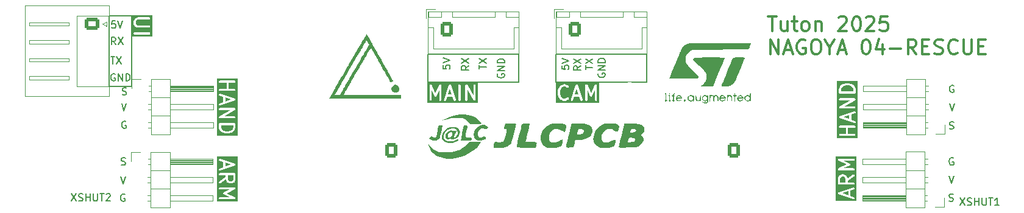
<source format=gbr>
%TF.GenerationSoftware,KiCad,Pcbnew,7.0.9*%
%TF.CreationDate,2025-01-29T17:13:48+09:00*%
%TF.ProjectId,04-RESCUE,30342d52-4553-4435-9545-2e6b69636164,rev?*%
%TF.SameCoordinates,Original*%
%TF.FileFunction,Legend,Top*%
%TF.FilePolarity,Positive*%
%FSLAX46Y46*%
G04 Gerber Fmt 4.6, Leading zero omitted, Abs format (unit mm)*
G04 Created by KiCad (PCBNEW 7.0.9) date 2025-01-29 17:13:48*
%MOMM*%
%LPD*%
G01*
G04 APERTURE LIST*
G04 Aperture macros list*
%AMRoundRect*
0 Rectangle with rounded corners*
0 $1 Rounding radius*
0 $2 $3 $4 $5 $6 $7 $8 $9 X,Y pos of 4 corners*
0 Add a 4 corners polygon primitive as box body*
4,1,4,$2,$3,$4,$5,$6,$7,$8,$9,$2,$3,0*
0 Add four circle primitives for the rounded corners*
1,1,$1+$1,$2,$3*
1,1,$1+$1,$4,$5*
1,1,$1+$1,$6,$7*
1,1,$1+$1,$8,$9*
0 Add four rect primitives between the rounded corners*
20,1,$1+$1,$2,$3,$4,$5,0*
20,1,$1+$1,$4,$5,$6,$7,0*
20,1,$1+$1,$6,$7,$8,$9,0*
20,1,$1+$1,$8,$9,$2,$3,0*%
G04 Aperture macros list end*
%ADD10C,0.150000*%
%ADD11C,0.300000*%
%ADD12C,0.120000*%
%ADD13R,1.700000X1.700000*%
%ADD14O,1.700000X1.700000*%
%ADD15RoundRect,0.250000X-0.600000X-0.725000X0.600000X-0.725000X0.600000X0.725000X-0.600000X0.725000X0*%
%ADD16O,1.700000X1.950000*%
%ADD17RoundRect,0.250000X-0.725000X0.600000X-0.725000X-0.600000X0.725000X-0.600000X0.725000X0.600000X0*%
%ADD18O,1.950000X1.700000*%
%ADD19RoundRect,0.250000X0.600000X0.725000X-0.600000X0.725000X-0.600000X-0.725000X0.600000X-0.725000X0*%
%ADD20C,1.524000*%
%ADD21C,3.200000*%
G04 APERTURE END LIST*
D10*
X85070000Y-77194600D02*
X97680000Y-77194600D01*
X97680000Y-81070000D01*
X85070000Y-81070000D01*
X85070000Y-77194600D01*
X40764000Y-71818000D02*
X43900000Y-71818000D01*
X43900000Y-81600000D01*
X40764000Y-81600000D01*
X40764000Y-71818000D01*
X102840000Y-77174600D02*
X115450000Y-77174600D01*
X115450000Y-81050000D01*
X102840000Y-81050000D01*
X102840000Y-77174600D01*
X90719819Y-78741541D02*
X90243628Y-79074874D01*
X90719819Y-79312969D02*
X89719819Y-79312969D01*
X89719819Y-79312969D02*
X89719819Y-78932017D01*
X89719819Y-78932017D02*
X89767438Y-78836779D01*
X89767438Y-78836779D02*
X89815057Y-78789160D01*
X89815057Y-78789160D02*
X89910295Y-78741541D01*
X89910295Y-78741541D02*
X90053152Y-78741541D01*
X90053152Y-78741541D02*
X90148390Y-78789160D01*
X90148390Y-78789160D02*
X90196009Y-78836779D01*
X90196009Y-78836779D02*
X90243628Y-78932017D01*
X90243628Y-78932017D02*
X90243628Y-79312969D01*
X89719819Y-78408207D02*
X90719819Y-77741541D01*
X89719819Y-77741541D02*
X90719819Y-78408207D01*
X108717438Y-79834398D02*
X108669819Y-79929636D01*
X108669819Y-79929636D02*
X108669819Y-80072493D01*
X108669819Y-80072493D02*
X108717438Y-80215350D01*
X108717438Y-80215350D02*
X108812676Y-80310588D01*
X108812676Y-80310588D02*
X108907914Y-80358207D01*
X108907914Y-80358207D02*
X109098390Y-80405826D01*
X109098390Y-80405826D02*
X109241247Y-80405826D01*
X109241247Y-80405826D02*
X109431723Y-80358207D01*
X109431723Y-80358207D02*
X109526961Y-80310588D01*
X109526961Y-80310588D02*
X109622200Y-80215350D01*
X109622200Y-80215350D02*
X109669819Y-80072493D01*
X109669819Y-80072493D02*
X109669819Y-79977255D01*
X109669819Y-79977255D02*
X109622200Y-79834398D01*
X109622200Y-79834398D02*
X109574580Y-79786779D01*
X109574580Y-79786779D02*
X109241247Y-79786779D01*
X109241247Y-79786779D02*
X109241247Y-79977255D01*
X109669819Y-79358207D02*
X108669819Y-79358207D01*
X108669819Y-79358207D02*
X109669819Y-78786779D01*
X109669819Y-78786779D02*
X108669819Y-78786779D01*
X109669819Y-78310588D02*
X108669819Y-78310588D01*
X108669819Y-78310588D02*
X108669819Y-78072493D01*
X108669819Y-78072493D02*
X108717438Y-77929636D01*
X108717438Y-77929636D02*
X108812676Y-77834398D01*
X108812676Y-77834398D02*
X108907914Y-77786779D01*
X108907914Y-77786779D02*
X109098390Y-77739160D01*
X109098390Y-77739160D02*
X109241247Y-77739160D01*
X109241247Y-77739160D02*
X109431723Y-77786779D01*
X109431723Y-77786779D02*
X109526961Y-77834398D01*
X109526961Y-77834398D02*
X109622200Y-77929636D01*
X109622200Y-77929636D02*
X109669819Y-78072493D01*
X109669819Y-78072493D02*
X109669819Y-78310588D01*
X103619819Y-78743922D02*
X103619819Y-79220112D01*
X103619819Y-79220112D02*
X104096009Y-79267731D01*
X104096009Y-79267731D02*
X104048390Y-79220112D01*
X104048390Y-79220112D02*
X104000771Y-79124874D01*
X104000771Y-79124874D02*
X104000771Y-78886779D01*
X104000771Y-78886779D02*
X104048390Y-78791541D01*
X104048390Y-78791541D02*
X104096009Y-78743922D01*
X104096009Y-78743922D02*
X104191247Y-78696303D01*
X104191247Y-78696303D02*
X104429342Y-78696303D01*
X104429342Y-78696303D02*
X104524580Y-78743922D01*
X104524580Y-78743922D02*
X104572200Y-78791541D01*
X104572200Y-78791541D02*
X104619819Y-78886779D01*
X104619819Y-78886779D02*
X104619819Y-79124874D01*
X104619819Y-79124874D02*
X104572200Y-79220112D01*
X104572200Y-79220112D02*
X104524580Y-79267731D01*
X103619819Y-78410588D02*
X104619819Y-78077255D01*
X104619819Y-78077255D02*
X103619819Y-77743922D01*
X92119819Y-79217731D02*
X92119819Y-78646303D01*
X93119819Y-78932017D02*
X92119819Y-78932017D01*
X92119819Y-78408207D02*
X93119819Y-77741541D01*
X92119819Y-77741541D02*
X93119819Y-78408207D01*
X157439411Y-94119819D02*
X157772744Y-95119819D01*
X157772744Y-95119819D02*
X158106077Y-94119819D01*
D11*
G36*
X58010361Y-94564339D02*
G01*
X57941845Y-94701371D01*
X57881031Y-94762185D01*
X57743999Y-94830701D01*
X57529105Y-94830701D01*
X57392072Y-94762184D01*
X57331257Y-94701370D01*
X57262742Y-94564339D01*
X57262742Y-93987844D01*
X58010361Y-93987844D01*
X58010361Y-94564339D01*
G37*
G36*
X57686019Y-92504510D02*
G01*
X56881790Y-92772587D01*
X56881790Y-92236434D01*
X57686019Y-92504510D01*
G37*
G36*
X58596075Y-97606891D02*
G01*
X55724647Y-97606891D01*
X55724647Y-97171177D01*
X56010361Y-97171177D01*
X56030457Y-97246177D01*
X56085361Y-97301081D01*
X56160361Y-97321177D01*
X58160361Y-97321177D01*
X58166812Y-97319448D01*
X58173390Y-97320610D01*
X58203947Y-97309498D01*
X58235361Y-97301081D01*
X58240084Y-97296357D01*
X58246361Y-97294075D01*
X58267267Y-97269174D01*
X58290265Y-97246177D01*
X58291993Y-97239724D01*
X58296288Y-97234610D01*
X58301943Y-97202590D01*
X58310361Y-97171177D01*
X58308632Y-97164725D01*
X58309794Y-97158148D01*
X58298681Y-97127588D01*
X58290265Y-97096177D01*
X58285541Y-97091453D01*
X58283259Y-97085176D01*
X58258354Y-97064266D01*
X58235361Y-97041273D01*
X58228908Y-97039544D01*
X58223793Y-97035249D01*
X57086495Y-96504510D01*
X58223794Y-95973771D01*
X58228908Y-95969476D01*
X58235361Y-95967748D01*
X58258355Y-95944753D01*
X58283260Y-95923844D01*
X58285542Y-95917566D01*
X58290265Y-95912844D01*
X58298680Y-95881434D01*
X58309794Y-95850873D01*
X58308632Y-95844295D01*
X58310361Y-95837844D01*
X58301945Y-95806436D01*
X58296289Y-95774411D01*
X58291993Y-95769294D01*
X58290265Y-95762844D01*
X58267273Y-95739852D01*
X58246362Y-95714946D01*
X58240084Y-95712663D01*
X58235361Y-95707940D01*
X58203949Y-95699523D01*
X58173390Y-95688411D01*
X58166812Y-95689572D01*
X58160361Y-95687844D01*
X56160361Y-95687844D01*
X56085361Y-95707940D01*
X56030457Y-95762844D01*
X56010361Y-95837844D01*
X56030457Y-95912844D01*
X56085361Y-95967748D01*
X56160361Y-95987844D01*
X57484227Y-95987844D01*
X56668357Y-96368584D01*
X56658224Y-96377091D01*
X56645790Y-96381613D01*
X56628949Y-96401670D01*
X56608892Y-96418511D01*
X56604370Y-96430945D01*
X56595863Y-96441078D01*
X56591307Y-96466868D01*
X56582357Y-96491482D01*
X56584658Y-96504511D01*
X56582357Y-96517540D01*
X56591307Y-96542153D01*
X56595863Y-96567944D01*
X56604370Y-96578076D01*
X56608892Y-96590511D01*
X56628949Y-96607351D01*
X56645790Y-96627409D01*
X56658224Y-96631930D01*
X56668357Y-96640438D01*
X57484227Y-97021177D01*
X56160361Y-97021177D01*
X56085361Y-97041273D01*
X56030457Y-97096177D01*
X56010361Y-97171177D01*
X55724647Y-97171177D01*
X55724647Y-93837844D01*
X56010361Y-93837844D01*
X56030457Y-93912844D01*
X56085361Y-93967748D01*
X56160361Y-93987844D01*
X56962742Y-93987844D01*
X56962742Y-94235935D01*
X56074342Y-94857816D01*
X56024424Y-94917289D01*
X56010930Y-94993754D01*
X56037476Y-95066720D01*
X56096949Y-95116638D01*
X56173414Y-95130132D01*
X56246380Y-95103586D01*
X56963279Y-94601755D01*
X56971665Y-94633050D01*
X56978578Y-94666831D01*
X57073816Y-94857307D01*
X57089838Y-94875375D01*
X57101915Y-94896292D01*
X57197154Y-94991530D01*
X57218068Y-95003605D01*
X57236137Y-95019627D01*
X57426613Y-95114865D01*
X57460391Y-95121777D01*
X57493695Y-95130701D01*
X57779409Y-95130701D01*
X57812710Y-95121777D01*
X57846491Y-95114865D01*
X58036967Y-95019627D01*
X58055035Y-95003604D01*
X58075951Y-94991529D01*
X58171189Y-94896291D01*
X58183263Y-94875376D01*
X58199287Y-94857307D01*
X58294525Y-94666831D01*
X58301437Y-94633052D01*
X58310361Y-94599749D01*
X58310361Y-93837844D01*
X58290265Y-93762844D01*
X58235361Y-93707940D01*
X58160361Y-93687844D01*
X56160361Y-93687844D01*
X56085361Y-93707940D01*
X56030457Y-93762844D01*
X56010361Y-93837844D01*
X55724647Y-93837844D01*
X55724647Y-93141105D01*
X56013406Y-93141105D01*
X56018059Y-93218611D01*
X56060840Y-93283408D01*
X56130289Y-93318132D01*
X56207795Y-93313479D01*
X58207795Y-92646813D01*
X58232933Y-92630214D01*
X58259882Y-92616741D01*
X58264937Y-92609084D01*
X58272591Y-92604031D01*
X58286062Y-92577088D01*
X58302664Y-92551944D01*
X58303213Y-92542786D01*
X58307316Y-92534582D01*
X58305510Y-92504513D01*
X58307316Y-92474438D01*
X58303212Y-92466231D01*
X58302663Y-92457076D01*
X58286068Y-92431943D01*
X58272592Y-92404989D01*
X58264933Y-92399932D01*
X58259881Y-92392280D01*
X58232937Y-92378807D01*
X58207795Y-92362208D01*
X56207795Y-91695541D01*
X56130289Y-91690889D01*
X56060840Y-91725614D01*
X56018058Y-91790410D01*
X56013406Y-91867916D01*
X56048131Y-91937365D01*
X56112927Y-91980147D01*
X56581790Y-92136434D01*
X56581790Y-92872587D01*
X56112927Y-93028875D01*
X56048130Y-93071656D01*
X56013406Y-93141105D01*
X55724647Y-93141105D01*
X55724647Y-91405175D01*
X58596075Y-91405175D01*
X58596075Y-97606891D01*
G37*
D10*
X158013220Y-91617438D02*
X157917982Y-91569819D01*
X157917982Y-91569819D02*
X157775125Y-91569819D01*
X157775125Y-91569819D02*
X157632268Y-91617438D01*
X157632268Y-91617438D02*
X157537030Y-91712676D01*
X157537030Y-91712676D02*
X157489411Y-91807914D01*
X157489411Y-91807914D02*
X157441792Y-91998390D01*
X157441792Y-91998390D02*
X157441792Y-92141247D01*
X157441792Y-92141247D02*
X157489411Y-92331723D01*
X157489411Y-92331723D02*
X157537030Y-92426961D01*
X157537030Y-92426961D02*
X157632268Y-92522200D01*
X157632268Y-92522200D02*
X157775125Y-92569819D01*
X157775125Y-92569819D02*
X157870363Y-92569819D01*
X157870363Y-92569819D02*
X158013220Y-92522200D01*
X158013220Y-92522200D02*
X158060839Y-92474580D01*
X158060839Y-92474580D02*
X158060839Y-92141247D01*
X158060839Y-92141247D02*
X157870363Y-92141247D01*
D11*
G36*
X46746075Y-74704510D02*
G01*
X43874647Y-74704510D01*
X43874647Y-74268796D01*
X44160361Y-74268796D01*
X44180457Y-74343796D01*
X44235361Y-74398700D01*
X44310361Y-74418796D01*
X46310361Y-74418796D01*
X46385361Y-74398700D01*
X46440265Y-74343796D01*
X46460361Y-74268796D01*
X46440265Y-74193796D01*
X46385361Y-74138892D01*
X46310361Y-74118796D01*
X44310361Y-74118796D01*
X44235361Y-74138892D01*
X44180457Y-74193796D01*
X44160361Y-74268796D01*
X43874647Y-74268796D01*
X43874647Y-72935463D01*
X44160361Y-72935463D01*
X44169283Y-72968763D01*
X44176197Y-73002546D01*
X44271436Y-73193022D01*
X44287459Y-73211091D01*
X44299534Y-73232005D01*
X44394772Y-73327243D01*
X44415686Y-73339317D01*
X44433756Y-73355341D01*
X44624232Y-73450579D01*
X44658010Y-73457491D01*
X44691314Y-73466415D01*
X46310361Y-73466415D01*
X46385361Y-73446319D01*
X46440265Y-73391415D01*
X46460361Y-73316415D01*
X46440265Y-73241415D01*
X46385361Y-73186511D01*
X46310361Y-73166415D01*
X44726724Y-73166415D01*
X44589692Y-73097899D01*
X44528878Y-73037085D01*
X44460361Y-72900051D01*
X44460361Y-72589921D01*
X44528878Y-72452887D01*
X44589692Y-72392074D01*
X44726724Y-72323558D01*
X46310361Y-72323558D01*
X46385361Y-72303462D01*
X46440265Y-72248558D01*
X46460361Y-72173558D01*
X46440265Y-72098558D01*
X46385361Y-72043654D01*
X46310361Y-72023558D01*
X44691314Y-72023558D01*
X44658010Y-72032481D01*
X44624232Y-72039394D01*
X44433756Y-72134632D01*
X44415686Y-72150655D01*
X44394772Y-72162730D01*
X44299534Y-72257968D01*
X44287459Y-72278881D01*
X44271436Y-72296951D01*
X44176197Y-72487427D01*
X44169283Y-72521209D01*
X44160361Y-72554510D01*
X44160361Y-72935463D01*
X43874647Y-72935463D01*
X43874647Y-71737844D01*
X46746075Y-71737844D01*
X46746075Y-74704510D01*
G37*
D10*
X42439411Y-92522200D02*
X42582268Y-92569819D01*
X42582268Y-92569819D02*
X42820363Y-92569819D01*
X42820363Y-92569819D02*
X42915601Y-92522200D01*
X42915601Y-92522200D02*
X42963220Y-92474580D01*
X42963220Y-92474580D02*
X43010839Y-92379342D01*
X43010839Y-92379342D02*
X43010839Y-92284104D01*
X43010839Y-92284104D02*
X42963220Y-92188866D01*
X42963220Y-92188866D02*
X42915601Y-92141247D01*
X42915601Y-92141247D02*
X42820363Y-92093628D01*
X42820363Y-92093628D02*
X42629887Y-92046009D01*
X42629887Y-92046009D02*
X42534649Y-91998390D01*
X42534649Y-91998390D02*
X42487030Y-91950771D01*
X42487030Y-91950771D02*
X42439411Y-91855533D01*
X42439411Y-91855533D02*
X42439411Y-91760295D01*
X42439411Y-91760295D02*
X42487030Y-91665057D01*
X42487030Y-91665057D02*
X42534649Y-91617438D01*
X42534649Y-91617438D02*
X42629887Y-91569819D01*
X42629887Y-91569819D02*
X42867982Y-91569819D01*
X42867982Y-91569819D02*
X43010839Y-91617438D01*
X42339411Y-94169819D02*
X42672744Y-95169819D01*
X42672744Y-95169819D02*
X43006077Y-94169819D01*
X41612969Y-72519819D02*
X41136779Y-72519819D01*
X41136779Y-72519819D02*
X41089160Y-72996009D01*
X41089160Y-72996009D02*
X41136779Y-72948390D01*
X41136779Y-72948390D02*
X41232017Y-72900771D01*
X41232017Y-72900771D02*
X41470112Y-72900771D01*
X41470112Y-72900771D02*
X41565350Y-72948390D01*
X41565350Y-72948390D02*
X41612969Y-72996009D01*
X41612969Y-72996009D02*
X41660588Y-73091247D01*
X41660588Y-73091247D02*
X41660588Y-73329342D01*
X41660588Y-73329342D02*
X41612969Y-73424580D01*
X41612969Y-73424580D02*
X41565350Y-73472200D01*
X41565350Y-73472200D02*
X41470112Y-73519819D01*
X41470112Y-73519819D02*
X41232017Y-73519819D01*
X41232017Y-73519819D02*
X41136779Y-73472200D01*
X41136779Y-73472200D02*
X41089160Y-73424580D01*
X41946303Y-72519819D02*
X42279636Y-73519819D01*
X42279636Y-73519819D02*
X42612969Y-72519819D01*
X157439411Y-97572200D02*
X157582268Y-97619819D01*
X157582268Y-97619819D02*
X157820363Y-97619819D01*
X157820363Y-97619819D02*
X157915601Y-97572200D01*
X157915601Y-97572200D02*
X157963220Y-97524580D01*
X157963220Y-97524580D02*
X158010839Y-97429342D01*
X158010839Y-97429342D02*
X158010839Y-97334104D01*
X158010839Y-97334104D02*
X157963220Y-97238866D01*
X157963220Y-97238866D02*
X157915601Y-97191247D01*
X157915601Y-97191247D02*
X157820363Y-97143628D01*
X157820363Y-97143628D02*
X157629887Y-97096009D01*
X157629887Y-97096009D02*
X157534649Y-97048390D01*
X157534649Y-97048390D02*
X157487030Y-97000771D01*
X157487030Y-97000771D02*
X157439411Y-96905533D01*
X157439411Y-96905533D02*
X157439411Y-96810295D01*
X157439411Y-96810295D02*
X157487030Y-96715057D01*
X157487030Y-96715057D02*
X157534649Y-96667438D01*
X157534649Y-96667438D02*
X157629887Y-96619819D01*
X157629887Y-96619819D02*
X157867982Y-96619819D01*
X157867982Y-96619819D02*
X158010839Y-96667438D01*
X42913220Y-96667438D02*
X42817982Y-96619819D01*
X42817982Y-96619819D02*
X42675125Y-96619819D01*
X42675125Y-96619819D02*
X42532268Y-96667438D01*
X42532268Y-96667438D02*
X42437030Y-96762676D01*
X42437030Y-96762676D02*
X42389411Y-96857914D01*
X42389411Y-96857914D02*
X42341792Y-97048390D01*
X42341792Y-97048390D02*
X42341792Y-97191247D01*
X42341792Y-97191247D02*
X42389411Y-97381723D01*
X42389411Y-97381723D02*
X42437030Y-97476961D01*
X42437030Y-97476961D02*
X42532268Y-97572200D01*
X42532268Y-97572200D02*
X42675125Y-97619819D01*
X42675125Y-97619819D02*
X42770363Y-97619819D01*
X42770363Y-97619819D02*
X42913220Y-97572200D01*
X42913220Y-97572200D02*
X42960839Y-97524580D01*
X42960839Y-97524580D02*
X42960839Y-97191247D01*
X42960839Y-97191247D02*
X42770363Y-97191247D01*
X157489411Y-87522200D02*
X157632268Y-87569819D01*
X157632268Y-87569819D02*
X157870363Y-87569819D01*
X157870363Y-87569819D02*
X157965601Y-87522200D01*
X157965601Y-87522200D02*
X158013220Y-87474580D01*
X158013220Y-87474580D02*
X158060839Y-87379342D01*
X158060839Y-87379342D02*
X158060839Y-87284104D01*
X158060839Y-87284104D02*
X158013220Y-87188866D01*
X158013220Y-87188866D02*
X157965601Y-87141247D01*
X157965601Y-87141247D02*
X157870363Y-87093628D01*
X157870363Y-87093628D02*
X157679887Y-87046009D01*
X157679887Y-87046009D02*
X157584649Y-86998390D01*
X157584649Y-86998390D02*
X157537030Y-86950771D01*
X157537030Y-86950771D02*
X157489411Y-86855533D01*
X157489411Y-86855533D02*
X157489411Y-86760295D01*
X157489411Y-86760295D02*
X157537030Y-86665057D01*
X157537030Y-86665057D02*
X157584649Y-86617438D01*
X157584649Y-86617438D02*
X157679887Y-86569819D01*
X157679887Y-86569819D02*
X157917982Y-86569819D01*
X157917982Y-86569819D02*
X158060839Y-86617438D01*
X158063220Y-81517438D02*
X157967982Y-81469819D01*
X157967982Y-81469819D02*
X157825125Y-81469819D01*
X157825125Y-81469819D02*
X157682268Y-81517438D01*
X157682268Y-81517438D02*
X157587030Y-81612676D01*
X157587030Y-81612676D02*
X157539411Y-81707914D01*
X157539411Y-81707914D02*
X157491792Y-81898390D01*
X157491792Y-81898390D02*
X157491792Y-82041247D01*
X157491792Y-82041247D02*
X157539411Y-82231723D01*
X157539411Y-82231723D02*
X157587030Y-82326961D01*
X157587030Y-82326961D02*
X157682268Y-82422200D01*
X157682268Y-82422200D02*
X157825125Y-82469819D01*
X157825125Y-82469819D02*
X157920363Y-82469819D01*
X157920363Y-82469819D02*
X158063220Y-82422200D01*
X158063220Y-82422200D02*
X158110839Y-82374580D01*
X158110839Y-82374580D02*
X158110839Y-82041247D01*
X158110839Y-82041247D02*
X157920363Y-82041247D01*
X106269819Y-78791541D02*
X105793628Y-79124874D01*
X106269819Y-79362969D02*
X105269819Y-79362969D01*
X105269819Y-79362969D02*
X105269819Y-78982017D01*
X105269819Y-78982017D02*
X105317438Y-78886779D01*
X105317438Y-78886779D02*
X105365057Y-78839160D01*
X105365057Y-78839160D02*
X105460295Y-78791541D01*
X105460295Y-78791541D02*
X105603152Y-78791541D01*
X105603152Y-78791541D02*
X105698390Y-78839160D01*
X105698390Y-78839160D02*
X105746009Y-78886779D01*
X105746009Y-78886779D02*
X105793628Y-78982017D01*
X105793628Y-78982017D02*
X105793628Y-79362969D01*
X105269819Y-78458207D02*
X106269819Y-77791541D01*
X105269819Y-77791541D02*
X106269819Y-78458207D01*
X42589411Y-82772200D02*
X42732268Y-82819819D01*
X42732268Y-82819819D02*
X42970363Y-82819819D01*
X42970363Y-82819819D02*
X43065601Y-82772200D01*
X43065601Y-82772200D02*
X43113220Y-82724580D01*
X43113220Y-82724580D02*
X43160839Y-82629342D01*
X43160839Y-82629342D02*
X43160839Y-82534104D01*
X43160839Y-82534104D02*
X43113220Y-82438866D01*
X43113220Y-82438866D02*
X43065601Y-82391247D01*
X43065601Y-82391247D02*
X42970363Y-82343628D01*
X42970363Y-82343628D02*
X42779887Y-82296009D01*
X42779887Y-82296009D02*
X42684649Y-82248390D01*
X42684649Y-82248390D02*
X42637030Y-82200771D01*
X42637030Y-82200771D02*
X42589411Y-82105533D01*
X42589411Y-82105533D02*
X42589411Y-82010295D01*
X42589411Y-82010295D02*
X42637030Y-81915057D01*
X42637030Y-81915057D02*
X42684649Y-81867438D01*
X42684649Y-81867438D02*
X42779887Y-81819819D01*
X42779887Y-81819819D02*
X43017982Y-81819819D01*
X43017982Y-81819819D02*
X43160839Y-81867438D01*
X87119819Y-78693922D02*
X87119819Y-79170112D01*
X87119819Y-79170112D02*
X87596009Y-79217731D01*
X87596009Y-79217731D02*
X87548390Y-79170112D01*
X87548390Y-79170112D02*
X87500771Y-79074874D01*
X87500771Y-79074874D02*
X87500771Y-78836779D01*
X87500771Y-78836779D02*
X87548390Y-78741541D01*
X87548390Y-78741541D02*
X87596009Y-78693922D01*
X87596009Y-78693922D02*
X87691247Y-78646303D01*
X87691247Y-78646303D02*
X87929342Y-78646303D01*
X87929342Y-78646303D02*
X88024580Y-78693922D01*
X88024580Y-78693922D02*
X88072200Y-78741541D01*
X88072200Y-78741541D02*
X88119819Y-78836779D01*
X88119819Y-78836779D02*
X88119819Y-79074874D01*
X88119819Y-79074874D02*
X88072200Y-79170112D01*
X88072200Y-79170112D02*
X88024580Y-79217731D01*
X87119819Y-78360588D02*
X88119819Y-78027255D01*
X88119819Y-78027255D02*
X87119819Y-77693922D01*
X41658207Y-75819819D02*
X41324874Y-75343628D01*
X41086779Y-75819819D02*
X41086779Y-74819819D01*
X41086779Y-74819819D02*
X41467731Y-74819819D01*
X41467731Y-74819819D02*
X41562969Y-74867438D01*
X41562969Y-74867438D02*
X41610588Y-74915057D01*
X41610588Y-74915057D02*
X41658207Y-75010295D01*
X41658207Y-75010295D02*
X41658207Y-75153152D01*
X41658207Y-75153152D02*
X41610588Y-75248390D01*
X41610588Y-75248390D02*
X41562969Y-75296009D01*
X41562969Y-75296009D02*
X41467731Y-75343628D01*
X41467731Y-75343628D02*
X41086779Y-75343628D01*
X41991541Y-74819819D02*
X42658207Y-75819819D01*
X42658207Y-74819819D02*
X41991541Y-75819819D01*
D11*
G36*
X143568209Y-86168327D02*
G01*
X142763979Y-85900250D01*
X143568209Y-85632174D01*
X143568209Y-86168327D01*
G37*
G36*
X143761091Y-81565587D02*
G01*
X143915069Y-81642576D01*
X144063294Y-81790800D01*
X144139638Y-82019831D01*
X144139638Y-82321679D01*
X142439638Y-82321679D01*
X142439638Y-82019831D01*
X142515981Y-81790800D01*
X142664206Y-81642576D01*
X142818184Y-81565587D01*
X143165244Y-81478822D01*
X143414031Y-81478822D01*
X143761091Y-81565587D01*
G37*
G36*
X144725352Y-88812155D02*
G01*
X141853924Y-88812155D01*
X141853924Y-88376441D01*
X142139638Y-88376441D01*
X142159734Y-88451441D01*
X142214638Y-88506345D01*
X142289638Y-88526441D01*
X143242019Y-88526441D01*
X144289638Y-88526441D01*
X144364638Y-88506345D01*
X144419542Y-88451441D01*
X144439638Y-88376441D01*
X144419542Y-88301441D01*
X144364638Y-88246537D01*
X144289638Y-88226441D01*
X143392019Y-88226441D01*
X143392019Y-87383584D01*
X144289638Y-87383584D01*
X144364638Y-87363488D01*
X144419542Y-87308584D01*
X144439638Y-87233584D01*
X144419542Y-87158584D01*
X144364638Y-87103680D01*
X144289638Y-87083584D01*
X142289638Y-87083584D01*
X142214638Y-87103680D01*
X142159734Y-87158584D01*
X142139638Y-87233584D01*
X142159734Y-87308584D01*
X142214638Y-87363488D01*
X142289638Y-87383584D01*
X143092019Y-87383584D01*
X143092019Y-88226441D01*
X142289638Y-88226441D01*
X142214638Y-88246537D01*
X142159734Y-88301441D01*
X142139638Y-88376441D01*
X141853924Y-88376441D01*
X141853924Y-85930323D01*
X142142683Y-85930323D01*
X142146786Y-85938529D01*
X142147336Y-85947685D01*
X142163934Y-85972825D01*
X142177408Y-85999772D01*
X142185062Y-86004825D01*
X142190117Y-86012482D01*
X142217065Y-86025955D01*
X142242204Y-86042554D01*
X144242204Y-86709220D01*
X144319710Y-86713872D01*
X144389159Y-86679148D01*
X144431941Y-86614351D01*
X144436593Y-86536845D01*
X144401869Y-86467396D01*
X144337072Y-86424615D01*
X143868209Y-86268327D01*
X143868209Y-85532174D01*
X144337072Y-85375887D01*
X144401868Y-85333105D01*
X144436593Y-85263656D01*
X144431940Y-85186150D01*
X144389158Y-85121354D01*
X144319710Y-85086629D01*
X144242204Y-85091282D01*
X142242204Y-85757949D01*
X142217063Y-85774547D01*
X142190117Y-85788021D01*
X142185063Y-85795675D01*
X142177407Y-85800730D01*
X142163933Y-85827678D01*
X142147335Y-85852817D01*
X142146785Y-85861974D01*
X142142683Y-85870179D01*
X142144488Y-85900247D01*
X142142683Y-85930323D01*
X141853924Y-85930323D01*
X141853924Y-84566917D01*
X142139638Y-84566917D01*
X142149607Y-84604122D01*
X142159402Y-84641338D01*
X142159644Y-84641582D01*
X142159734Y-84641917D01*
X142186954Y-84669137D01*
X142214060Y-84696486D01*
X142214394Y-84696577D01*
X142214638Y-84696821D01*
X142251738Y-84706761D01*
X142288970Y-84716916D01*
X142289305Y-84716827D01*
X142289638Y-84716917D01*
X144289638Y-84716917D01*
X144364638Y-84696821D01*
X144419542Y-84641917D01*
X144439638Y-84566917D01*
X144419542Y-84491917D01*
X144364638Y-84437013D01*
X144289638Y-84416917D01*
X142854472Y-84416917D01*
X144364059Y-83554297D01*
X144364304Y-83554053D01*
X144364638Y-83553964D01*
X144391802Y-83526799D01*
X144419207Y-83499638D01*
X144419298Y-83499303D01*
X144419542Y-83499060D01*
X144429482Y-83461959D01*
X144439637Y-83424728D01*
X144439548Y-83424392D01*
X144439638Y-83424060D01*
X144429668Y-83386854D01*
X144419874Y-83349639D01*
X144419631Y-83349394D01*
X144419542Y-83349060D01*
X144392321Y-83321839D01*
X144365216Y-83294491D01*
X144364881Y-83294399D01*
X144364638Y-83294156D01*
X144327537Y-83284215D01*
X144290306Y-83274061D01*
X144289970Y-83274149D01*
X144289638Y-83274060D01*
X142289638Y-83274060D01*
X142214638Y-83294156D01*
X142159734Y-83349060D01*
X142139638Y-83424060D01*
X142159734Y-83499060D01*
X142214638Y-83553964D01*
X142289638Y-83574060D01*
X143724804Y-83574060D01*
X142215217Y-84436681D01*
X142214972Y-84436923D01*
X142214638Y-84437013D01*
X142187417Y-84464233D01*
X142160069Y-84491339D01*
X142159977Y-84491673D01*
X142159734Y-84491917D01*
X142149793Y-84529017D01*
X142139639Y-84566249D01*
X142139727Y-84566584D01*
X142139638Y-84566917D01*
X141853924Y-84566917D01*
X141853924Y-82471679D01*
X142139638Y-82471679D01*
X142159734Y-82546679D01*
X142214638Y-82601583D01*
X142289638Y-82621679D01*
X144289638Y-82621679D01*
X144364638Y-82601583D01*
X144419542Y-82546679D01*
X144439638Y-82471679D01*
X144439638Y-81995489D01*
X144433388Y-81972163D01*
X144431941Y-81948055D01*
X144336703Y-81662340D01*
X144317703Y-81633564D01*
X144300465Y-81603707D01*
X144109989Y-81413232D01*
X144089073Y-81401156D01*
X144071005Y-81385134D01*
X143880529Y-81289896D01*
X143864304Y-81286575D01*
X143849827Y-81278539D01*
X143468875Y-81183301D01*
X143450371Y-81183612D01*
X143432495Y-81178822D01*
X143146780Y-81178822D01*
X143128902Y-81183612D01*
X143110399Y-81183301D01*
X142729448Y-81278539D01*
X142714970Y-81286575D01*
X142698746Y-81289896D01*
X142508270Y-81385134D01*
X142490200Y-81401157D01*
X142469286Y-81413232D01*
X142278810Y-81603708D01*
X142261572Y-81633564D01*
X142242573Y-81662340D01*
X142147335Y-81948055D01*
X142145887Y-81972163D01*
X142139638Y-81995489D01*
X142139638Y-82471679D01*
X141853924Y-82471679D01*
X141853924Y-80893108D01*
X144725352Y-80893108D01*
X144725352Y-88812155D01*
G37*
D10*
X40982268Y-77469819D02*
X41553696Y-77469819D01*
X41267982Y-78469819D02*
X41267982Y-77469819D01*
X41791792Y-77469819D02*
X42458458Y-78469819D01*
X42458458Y-77469819D02*
X41791792Y-78469819D01*
X42489411Y-84019819D02*
X42822744Y-85019819D01*
X42822744Y-85019819D02*
X43156077Y-84019819D01*
X158979887Y-97169819D02*
X159646553Y-98169819D01*
X159646553Y-97169819D02*
X158979887Y-98169819D01*
X159979887Y-98122200D02*
X160122744Y-98169819D01*
X160122744Y-98169819D02*
X160360839Y-98169819D01*
X160360839Y-98169819D02*
X160456077Y-98122200D01*
X160456077Y-98122200D02*
X160503696Y-98074580D01*
X160503696Y-98074580D02*
X160551315Y-97979342D01*
X160551315Y-97979342D02*
X160551315Y-97884104D01*
X160551315Y-97884104D02*
X160503696Y-97788866D01*
X160503696Y-97788866D02*
X160456077Y-97741247D01*
X160456077Y-97741247D02*
X160360839Y-97693628D01*
X160360839Y-97693628D02*
X160170363Y-97646009D01*
X160170363Y-97646009D02*
X160075125Y-97598390D01*
X160075125Y-97598390D02*
X160027506Y-97550771D01*
X160027506Y-97550771D02*
X159979887Y-97455533D01*
X159979887Y-97455533D02*
X159979887Y-97360295D01*
X159979887Y-97360295D02*
X160027506Y-97265057D01*
X160027506Y-97265057D02*
X160075125Y-97217438D01*
X160075125Y-97217438D02*
X160170363Y-97169819D01*
X160170363Y-97169819D02*
X160408458Y-97169819D01*
X160408458Y-97169819D02*
X160551315Y-97217438D01*
X160979887Y-98169819D02*
X160979887Y-97169819D01*
X160979887Y-97646009D02*
X161551315Y-97646009D01*
X161551315Y-98169819D02*
X161551315Y-97169819D01*
X162027506Y-97169819D02*
X162027506Y-97979342D01*
X162027506Y-97979342D02*
X162075125Y-98074580D01*
X162075125Y-98074580D02*
X162122744Y-98122200D01*
X162122744Y-98122200D02*
X162217982Y-98169819D01*
X162217982Y-98169819D02*
X162408458Y-98169819D01*
X162408458Y-98169819D02*
X162503696Y-98122200D01*
X162503696Y-98122200D02*
X162551315Y-98074580D01*
X162551315Y-98074580D02*
X162598934Y-97979342D01*
X162598934Y-97979342D02*
X162598934Y-97169819D01*
X162932268Y-97169819D02*
X163503696Y-97169819D01*
X163217982Y-98169819D02*
X163217982Y-97169819D01*
X164360839Y-98169819D02*
X163789411Y-98169819D01*
X164075125Y-98169819D02*
X164075125Y-97169819D01*
X164075125Y-97169819D02*
X163979887Y-97312676D01*
X163979887Y-97312676D02*
X163884649Y-97407914D01*
X163884649Y-97407914D02*
X163789411Y-97455533D01*
X94717438Y-79884398D02*
X94669819Y-79979636D01*
X94669819Y-79979636D02*
X94669819Y-80122493D01*
X94669819Y-80122493D02*
X94717438Y-80265350D01*
X94717438Y-80265350D02*
X94812676Y-80360588D01*
X94812676Y-80360588D02*
X94907914Y-80408207D01*
X94907914Y-80408207D02*
X95098390Y-80455826D01*
X95098390Y-80455826D02*
X95241247Y-80455826D01*
X95241247Y-80455826D02*
X95431723Y-80408207D01*
X95431723Y-80408207D02*
X95526961Y-80360588D01*
X95526961Y-80360588D02*
X95622200Y-80265350D01*
X95622200Y-80265350D02*
X95669819Y-80122493D01*
X95669819Y-80122493D02*
X95669819Y-80027255D01*
X95669819Y-80027255D02*
X95622200Y-79884398D01*
X95622200Y-79884398D02*
X95574580Y-79836779D01*
X95574580Y-79836779D02*
X95241247Y-79836779D01*
X95241247Y-79836779D02*
X95241247Y-80027255D01*
X95669819Y-79408207D02*
X94669819Y-79408207D01*
X94669819Y-79408207D02*
X95669819Y-78836779D01*
X95669819Y-78836779D02*
X94669819Y-78836779D01*
X95669819Y-78360588D02*
X94669819Y-78360588D01*
X94669819Y-78360588D02*
X94669819Y-78122493D01*
X94669819Y-78122493D02*
X94717438Y-77979636D01*
X94717438Y-77979636D02*
X94812676Y-77884398D01*
X94812676Y-77884398D02*
X94907914Y-77836779D01*
X94907914Y-77836779D02*
X95098390Y-77789160D01*
X95098390Y-77789160D02*
X95241247Y-77789160D01*
X95241247Y-77789160D02*
X95431723Y-77836779D01*
X95431723Y-77836779D02*
X95526961Y-77884398D01*
X95526961Y-77884398D02*
X95622200Y-77979636D01*
X95622200Y-77979636D02*
X95669819Y-78122493D01*
X95669819Y-78122493D02*
X95669819Y-78360588D01*
D11*
X132287844Y-71919638D02*
X133430701Y-71919638D01*
X132859272Y-73919638D02*
X132859272Y-71919638D01*
X134954511Y-72586304D02*
X134954511Y-73919638D01*
X134097368Y-72586304D02*
X134097368Y-73633923D01*
X134097368Y-73633923D02*
X134192606Y-73824400D01*
X134192606Y-73824400D02*
X134383082Y-73919638D01*
X134383082Y-73919638D02*
X134668797Y-73919638D01*
X134668797Y-73919638D02*
X134859273Y-73824400D01*
X134859273Y-73824400D02*
X134954511Y-73729161D01*
X135621178Y-72586304D02*
X136383082Y-72586304D01*
X135906892Y-71919638D02*
X135906892Y-73633923D01*
X135906892Y-73633923D02*
X136002130Y-73824400D01*
X136002130Y-73824400D02*
X136192606Y-73919638D01*
X136192606Y-73919638D02*
X136383082Y-73919638D01*
X137335463Y-73919638D02*
X137144987Y-73824400D01*
X137144987Y-73824400D02*
X137049749Y-73729161D01*
X137049749Y-73729161D02*
X136954511Y-73538685D01*
X136954511Y-73538685D02*
X136954511Y-72967257D01*
X136954511Y-72967257D02*
X137049749Y-72776780D01*
X137049749Y-72776780D02*
X137144987Y-72681542D01*
X137144987Y-72681542D02*
X137335463Y-72586304D01*
X137335463Y-72586304D02*
X137621178Y-72586304D01*
X137621178Y-72586304D02*
X137811654Y-72681542D01*
X137811654Y-72681542D02*
X137906892Y-72776780D01*
X137906892Y-72776780D02*
X138002130Y-72967257D01*
X138002130Y-72967257D02*
X138002130Y-73538685D01*
X138002130Y-73538685D02*
X137906892Y-73729161D01*
X137906892Y-73729161D02*
X137811654Y-73824400D01*
X137811654Y-73824400D02*
X137621178Y-73919638D01*
X137621178Y-73919638D02*
X137335463Y-73919638D01*
X138859273Y-72586304D02*
X138859273Y-73919638D01*
X138859273Y-72776780D02*
X138954511Y-72681542D01*
X138954511Y-72681542D02*
X139144987Y-72586304D01*
X139144987Y-72586304D02*
X139430702Y-72586304D01*
X139430702Y-72586304D02*
X139621178Y-72681542D01*
X139621178Y-72681542D02*
X139716416Y-72872019D01*
X139716416Y-72872019D02*
X139716416Y-73919638D01*
X142097369Y-72110114D02*
X142192607Y-72014876D01*
X142192607Y-72014876D02*
X142383083Y-71919638D01*
X142383083Y-71919638D02*
X142859274Y-71919638D01*
X142859274Y-71919638D02*
X143049750Y-72014876D01*
X143049750Y-72014876D02*
X143144988Y-72110114D01*
X143144988Y-72110114D02*
X143240226Y-72300590D01*
X143240226Y-72300590D02*
X143240226Y-72491066D01*
X143240226Y-72491066D02*
X143144988Y-72776780D01*
X143144988Y-72776780D02*
X142002131Y-73919638D01*
X142002131Y-73919638D02*
X143240226Y-73919638D01*
X144478321Y-71919638D02*
X144668798Y-71919638D01*
X144668798Y-71919638D02*
X144859274Y-72014876D01*
X144859274Y-72014876D02*
X144954512Y-72110114D01*
X144954512Y-72110114D02*
X145049750Y-72300590D01*
X145049750Y-72300590D02*
X145144988Y-72681542D01*
X145144988Y-72681542D02*
X145144988Y-73157733D01*
X145144988Y-73157733D02*
X145049750Y-73538685D01*
X145049750Y-73538685D02*
X144954512Y-73729161D01*
X144954512Y-73729161D02*
X144859274Y-73824400D01*
X144859274Y-73824400D02*
X144668798Y-73919638D01*
X144668798Y-73919638D02*
X144478321Y-73919638D01*
X144478321Y-73919638D02*
X144287845Y-73824400D01*
X144287845Y-73824400D02*
X144192607Y-73729161D01*
X144192607Y-73729161D02*
X144097369Y-73538685D01*
X144097369Y-73538685D02*
X144002131Y-73157733D01*
X144002131Y-73157733D02*
X144002131Y-72681542D01*
X144002131Y-72681542D02*
X144097369Y-72300590D01*
X144097369Y-72300590D02*
X144192607Y-72110114D01*
X144192607Y-72110114D02*
X144287845Y-72014876D01*
X144287845Y-72014876D02*
X144478321Y-71919638D01*
X145906893Y-72110114D02*
X146002131Y-72014876D01*
X146002131Y-72014876D02*
X146192607Y-71919638D01*
X146192607Y-71919638D02*
X146668798Y-71919638D01*
X146668798Y-71919638D02*
X146859274Y-72014876D01*
X146859274Y-72014876D02*
X146954512Y-72110114D01*
X146954512Y-72110114D02*
X147049750Y-72300590D01*
X147049750Y-72300590D02*
X147049750Y-72491066D01*
X147049750Y-72491066D02*
X146954512Y-72776780D01*
X146954512Y-72776780D02*
X145811655Y-73919638D01*
X145811655Y-73919638D02*
X147049750Y-73919638D01*
X148859274Y-71919638D02*
X147906893Y-71919638D01*
X147906893Y-71919638D02*
X147811655Y-72872019D01*
X147811655Y-72872019D02*
X147906893Y-72776780D01*
X147906893Y-72776780D02*
X148097369Y-72681542D01*
X148097369Y-72681542D02*
X148573560Y-72681542D01*
X148573560Y-72681542D02*
X148764036Y-72776780D01*
X148764036Y-72776780D02*
X148859274Y-72872019D01*
X148859274Y-72872019D02*
X148954512Y-73062495D01*
X148954512Y-73062495D02*
X148954512Y-73538685D01*
X148954512Y-73538685D02*
X148859274Y-73729161D01*
X148859274Y-73729161D02*
X148764036Y-73824400D01*
X148764036Y-73824400D02*
X148573560Y-73919638D01*
X148573560Y-73919638D02*
X148097369Y-73919638D01*
X148097369Y-73919638D02*
X147906893Y-73824400D01*
X147906893Y-73824400D02*
X147811655Y-73729161D01*
X132573558Y-77139638D02*
X132573558Y-75139638D01*
X132573558Y-75139638D02*
X133716415Y-77139638D01*
X133716415Y-77139638D02*
X133716415Y-75139638D01*
X134573558Y-76568209D02*
X135525939Y-76568209D01*
X134383082Y-77139638D02*
X135049748Y-75139638D01*
X135049748Y-75139638D02*
X135716415Y-77139638D01*
X137430701Y-75234876D02*
X137240225Y-75139638D01*
X137240225Y-75139638D02*
X136954511Y-75139638D01*
X136954511Y-75139638D02*
X136668796Y-75234876D01*
X136668796Y-75234876D02*
X136478320Y-75425352D01*
X136478320Y-75425352D02*
X136383082Y-75615828D01*
X136383082Y-75615828D02*
X136287844Y-75996780D01*
X136287844Y-75996780D02*
X136287844Y-76282495D01*
X136287844Y-76282495D02*
X136383082Y-76663447D01*
X136383082Y-76663447D02*
X136478320Y-76853923D01*
X136478320Y-76853923D02*
X136668796Y-77044400D01*
X136668796Y-77044400D02*
X136954511Y-77139638D01*
X136954511Y-77139638D02*
X137144987Y-77139638D01*
X137144987Y-77139638D02*
X137430701Y-77044400D01*
X137430701Y-77044400D02*
X137525939Y-76949161D01*
X137525939Y-76949161D02*
X137525939Y-76282495D01*
X137525939Y-76282495D02*
X137144987Y-76282495D01*
X138764034Y-75139638D02*
X139144987Y-75139638D01*
X139144987Y-75139638D02*
X139335463Y-75234876D01*
X139335463Y-75234876D02*
X139525939Y-75425352D01*
X139525939Y-75425352D02*
X139621177Y-75806304D01*
X139621177Y-75806304D02*
X139621177Y-76472971D01*
X139621177Y-76472971D02*
X139525939Y-76853923D01*
X139525939Y-76853923D02*
X139335463Y-77044400D01*
X139335463Y-77044400D02*
X139144987Y-77139638D01*
X139144987Y-77139638D02*
X138764034Y-77139638D01*
X138764034Y-77139638D02*
X138573558Y-77044400D01*
X138573558Y-77044400D02*
X138383082Y-76853923D01*
X138383082Y-76853923D02*
X138287844Y-76472971D01*
X138287844Y-76472971D02*
X138287844Y-75806304D01*
X138287844Y-75806304D02*
X138383082Y-75425352D01*
X138383082Y-75425352D02*
X138573558Y-75234876D01*
X138573558Y-75234876D02*
X138764034Y-75139638D01*
X140859272Y-76187257D02*
X140859272Y-77139638D01*
X140192606Y-75139638D02*
X140859272Y-76187257D01*
X140859272Y-76187257D02*
X141525939Y-75139638D01*
X142097368Y-76568209D02*
X143049749Y-76568209D01*
X141906892Y-77139638D02*
X142573558Y-75139638D01*
X142573558Y-75139638D02*
X143240225Y-77139638D01*
X145811654Y-75139638D02*
X146002131Y-75139638D01*
X146002131Y-75139638D02*
X146192607Y-75234876D01*
X146192607Y-75234876D02*
X146287845Y-75330114D01*
X146287845Y-75330114D02*
X146383083Y-75520590D01*
X146383083Y-75520590D02*
X146478321Y-75901542D01*
X146478321Y-75901542D02*
X146478321Y-76377733D01*
X146478321Y-76377733D02*
X146383083Y-76758685D01*
X146383083Y-76758685D02*
X146287845Y-76949161D01*
X146287845Y-76949161D02*
X146192607Y-77044400D01*
X146192607Y-77044400D02*
X146002131Y-77139638D01*
X146002131Y-77139638D02*
X145811654Y-77139638D01*
X145811654Y-77139638D02*
X145621178Y-77044400D01*
X145621178Y-77044400D02*
X145525940Y-76949161D01*
X145525940Y-76949161D02*
X145430702Y-76758685D01*
X145430702Y-76758685D02*
X145335464Y-76377733D01*
X145335464Y-76377733D02*
X145335464Y-75901542D01*
X145335464Y-75901542D02*
X145430702Y-75520590D01*
X145430702Y-75520590D02*
X145525940Y-75330114D01*
X145525940Y-75330114D02*
X145621178Y-75234876D01*
X145621178Y-75234876D02*
X145811654Y-75139638D01*
X148192607Y-75806304D02*
X148192607Y-77139638D01*
X147716416Y-75044400D02*
X147240226Y-76472971D01*
X147240226Y-76472971D02*
X148478321Y-76472971D01*
X149240226Y-76377733D02*
X150764036Y-76377733D01*
X152859273Y-77139638D02*
X152192606Y-76187257D01*
X151716416Y-77139638D02*
X151716416Y-75139638D01*
X151716416Y-75139638D02*
X152478321Y-75139638D01*
X152478321Y-75139638D02*
X152668797Y-75234876D01*
X152668797Y-75234876D02*
X152764035Y-75330114D01*
X152764035Y-75330114D02*
X152859273Y-75520590D01*
X152859273Y-75520590D02*
X152859273Y-75806304D01*
X152859273Y-75806304D02*
X152764035Y-75996780D01*
X152764035Y-75996780D02*
X152668797Y-76092019D01*
X152668797Y-76092019D02*
X152478321Y-76187257D01*
X152478321Y-76187257D02*
X151716416Y-76187257D01*
X153716416Y-76092019D02*
X154383083Y-76092019D01*
X154668797Y-77139638D02*
X153716416Y-77139638D01*
X153716416Y-77139638D02*
X153716416Y-75139638D01*
X153716416Y-75139638D02*
X154668797Y-75139638D01*
X155430702Y-77044400D02*
X155716416Y-77139638D01*
X155716416Y-77139638D02*
X156192607Y-77139638D01*
X156192607Y-77139638D02*
X156383083Y-77044400D01*
X156383083Y-77044400D02*
X156478321Y-76949161D01*
X156478321Y-76949161D02*
X156573559Y-76758685D01*
X156573559Y-76758685D02*
X156573559Y-76568209D01*
X156573559Y-76568209D02*
X156478321Y-76377733D01*
X156478321Y-76377733D02*
X156383083Y-76282495D01*
X156383083Y-76282495D02*
X156192607Y-76187257D01*
X156192607Y-76187257D02*
X155811654Y-76092019D01*
X155811654Y-76092019D02*
X155621178Y-75996780D01*
X155621178Y-75996780D02*
X155525940Y-75901542D01*
X155525940Y-75901542D02*
X155430702Y-75711066D01*
X155430702Y-75711066D02*
X155430702Y-75520590D01*
X155430702Y-75520590D02*
X155525940Y-75330114D01*
X155525940Y-75330114D02*
X155621178Y-75234876D01*
X155621178Y-75234876D02*
X155811654Y-75139638D01*
X155811654Y-75139638D02*
X156287845Y-75139638D01*
X156287845Y-75139638D02*
X156573559Y-75234876D01*
X158573559Y-76949161D02*
X158478321Y-77044400D01*
X158478321Y-77044400D02*
X158192607Y-77139638D01*
X158192607Y-77139638D02*
X158002131Y-77139638D01*
X158002131Y-77139638D02*
X157716416Y-77044400D01*
X157716416Y-77044400D02*
X157525940Y-76853923D01*
X157525940Y-76853923D02*
X157430702Y-76663447D01*
X157430702Y-76663447D02*
X157335464Y-76282495D01*
X157335464Y-76282495D02*
X157335464Y-75996780D01*
X157335464Y-75996780D02*
X157430702Y-75615828D01*
X157430702Y-75615828D02*
X157525940Y-75425352D01*
X157525940Y-75425352D02*
X157716416Y-75234876D01*
X157716416Y-75234876D02*
X158002131Y-75139638D01*
X158002131Y-75139638D02*
X158192607Y-75139638D01*
X158192607Y-75139638D02*
X158478321Y-75234876D01*
X158478321Y-75234876D02*
X158573559Y-75330114D01*
X159430702Y-75139638D02*
X159430702Y-76758685D01*
X159430702Y-76758685D02*
X159525940Y-76949161D01*
X159525940Y-76949161D02*
X159621178Y-77044400D01*
X159621178Y-77044400D02*
X159811654Y-77139638D01*
X159811654Y-77139638D02*
X160192607Y-77139638D01*
X160192607Y-77139638D02*
X160383083Y-77044400D01*
X160383083Y-77044400D02*
X160478321Y-76949161D01*
X160478321Y-76949161D02*
X160573559Y-76758685D01*
X160573559Y-76758685D02*
X160573559Y-75139638D01*
X161525940Y-76092019D02*
X162192607Y-76092019D01*
X162478321Y-77139638D02*
X161525940Y-77139638D01*
X161525940Y-77139638D02*
X161525940Y-75139638D01*
X161525940Y-75139638D02*
X162478321Y-75139638D01*
D10*
X43063220Y-86517438D02*
X42967982Y-86469819D01*
X42967982Y-86469819D02*
X42825125Y-86469819D01*
X42825125Y-86469819D02*
X42682268Y-86517438D01*
X42682268Y-86517438D02*
X42587030Y-86612676D01*
X42587030Y-86612676D02*
X42539411Y-86707914D01*
X42539411Y-86707914D02*
X42491792Y-86898390D01*
X42491792Y-86898390D02*
X42491792Y-87041247D01*
X42491792Y-87041247D02*
X42539411Y-87231723D01*
X42539411Y-87231723D02*
X42587030Y-87326961D01*
X42587030Y-87326961D02*
X42682268Y-87422200D01*
X42682268Y-87422200D02*
X42825125Y-87469819D01*
X42825125Y-87469819D02*
X42920363Y-87469819D01*
X42920363Y-87469819D02*
X43063220Y-87422200D01*
X43063220Y-87422200D02*
X43110839Y-87374580D01*
X43110839Y-87374580D02*
X43110839Y-87041247D01*
X43110839Y-87041247D02*
X42920363Y-87041247D01*
D11*
G36*
X105972587Y-82768209D02*
G01*
X105436434Y-82768209D01*
X105704510Y-81963979D01*
X105972587Y-82768209D01*
G37*
G36*
X108806891Y-83925352D02*
G01*
X102792606Y-83925352D01*
X102792606Y-82632495D01*
X103078320Y-82632495D01*
X103083110Y-82650371D01*
X103082799Y-82668875D01*
X103178037Y-83049827D01*
X103186073Y-83064304D01*
X103189394Y-83080529D01*
X103284632Y-83271005D01*
X103300654Y-83289073D01*
X103312730Y-83309989D01*
X103503205Y-83500465D01*
X103533062Y-83517703D01*
X103561838Y-83536703D01*
X103847553Y-83631941D01*
X103871661Y-83633388D01*
X103894987Y-83639638D01*
X104085463Y-83639638D01*
X104108791Y-83633387D01*
X104132897Y-83631940D01*
X104418611Y-83536702D01*
X104444345Y-83519710D01*
X104890889Y-83519710D01*
X104925614Y-83589159D01*
X104990410Y-83631941D01*
X105067916Y-83636593D01*
X105137365Y-83601868D01*
X105180147Y-83537072D01*
X105336435Y-83068209D01*
X106072586Y-83068209D01*
X106228874Y-83537072D01*
X106271656Y-83601868D01*
X106341105Y-83636593D01*
X106418611Y-83631940D01*
X106483407Y-83589158D01*
X106518132Y-83519710D01*
X106516327Y-83489638D01*
X106887844Y-83489638D01*
X106907940Y-83564638D01*
X106962844Y-83619542D01*
X107037844Y-83639638D01*
X107112844Y-83619542D01*
X107167748Y-83564638D01*
X107187844Y-83489638D01*
X107187844Y-82165771D01*
X107568584Y-82981642D01*
X107577091Y-82991774D01*
X107581613Y-83004209D01*
X107601668Y-83021047D01*
X107618511Y-83041108D01*
X107630947Y-83045630D01*
X107641078Y-83054136D01*
X107666866Y-83058691D01*
X107691482Y-83067642D01*
X107704511Y-83065340D01*
X107717540Y-83067642D01*
X107742150Y-83058692D01*
X107767944Y-83054137D01*
X107778078Y-83045627D01*
X107790511Y-83041107D01*
X107807348Y-83021052D01*
X107827409Y-83004210D01*
X107831931Y-82991774D01*
X107840438Y-82981642D01*
X108221177Y-82165772D01*
X108221177Y-83489638D01*
X108241273Y-83564638D01*
X108296177Y-83619542D01*
X108371177Y-83639638D01*
X108446177Y-83619542D01*
X108501081Y-83564638D01*
X108521177Y-83489638D01*
X108521177Y-81489638D01*
X108519448Y-81483186D01*
X108520610Y-81476609D01*
X108509498Y-81446051D01*
X108501081Y-81414638D01*
X108496357Y-81409914D01*
X108494075Y-81403638D01*
X108469174Y-81382731D01*
X108446177Y-81359734D01*
X108439724Y-81358005D01*
X108434610Y-81353711D01*
X108402590Y-81348055D01*
X108371177Y-81339638D01*
X108364725Y-81341366D01*
X108358148Y-81340205D01*
X108327588Y-81351317D01*
X108296177Y-81359734D01*
X108291453Y-81364457D01*
X108285176Y-81366740D01*
X108264266Y-81391644D01*
X108241273Y-81414638D01*
X108239544Y-81421090D01*
X108235249Y-81426206D01*
X107704511Y-82563502D01*
X107173771Y-81426205D01*
X107169476Y-81421090D01*
X107167748Y-81414638D01*
X107144750Y-81391640D01*
X107123844Y-81366740D01*
X107117567Y-81364457D01*
X107112844Y-81359734D01*
X107081430Y-81351316D01*
X107050873Y-81340205D01*
X107044295Y-81341366D01*
X107037844Y-81339638D01*
X107006430Y-81348055D01*
X106974411Y-81353711D01*
X106969296Y-81358005D01*
X106962844Y-81359734D01*
X106939846Y-81382731D01*
X106914946Y-81403638D01*
X106912663Y-81409914D01*
X106907940Y-81414638D01*
X106899522Y-81446051D01*
X106888411Y-81476609D01*
X106889572Y-81483186D01*
X106887844Y-81489638D01*
X106887844Y-83489638D01*
X106516327Y-83489638D01*
X106513479Y-83442204D01*
X105846812Y-81442204D01*
X105830215Y-81417067D01*
X105816741Y-81390117D01*
X105809085Y-81385062D01*
X105804031Y-81377407D01*
X105777084Y-81363933D01*
X105751944Y-81347335D01*
X105742786Y-81346785D01*
X105734582Y-81342683D01*
X105704513Y-81344488D01*
X105674438Y-81342683D01*
X105666231Y-81346786D01*
X105657076Y-81347336D01*
X105631939Y-81363932D01*
X105604989Y-81377407D01*
X105599934Y-81385062D01*
X105592279Y-81390117D01*
X105578804Y-81417067D01*
X105562208Y-81442204D01*
X104895541Y-83442204D01*
X104890889Y-83519710D01*
X104444345Y-83519710D01*
X104447379Y-83517707D01*
X104477244Y-83500465D01*
X104572482Y-83405226D01*
X104611305Y-83337983D01*
X104611304Y-83260337D01*
X104572481Y-83193094D01*
X104505238Y-83154271D01*
X104427592Y-83154272D01*
X104360349Y-83193095D01*
X104290148Y-83263296D01*
X104061123Y-83339638D01*
X103919330Y-83339638D01*
X103690298Y-83263294D01*
X103542074Y-83115069D01*
X103465085Y-82961091D01*
X103378320Y-82614030D01*
X103378320Y-82365244D01*
X103465085Y-82018183D01*
X103542074Y-81864206D01*
X103690298Y-81715981D01*
X103919330Y-81639638D01*
X104061123Y-81639638D01*
X104290149Y-81715980D01*
X104360349Y-81786180D01*
X104427592Y-81825003D01*
X104505238Y-81825003D01*
X104572481Y-81786180D01*
X104611304Y-81718937D01*
X104611304Y-81641291D01*
X104572481Y-81574048D01*
X104477243Y-81478810D01*
X104447380Y-81461568D01*
X104418611Y-81442574D01*
X104132897Y-81347336D01*
X104108791Y-81345888D01*
X104085463Y-81339638D01*
X103894987Y-81339638D01*
X103871661Y-81345887D01*
X103847553Y-81347335D01*
X103561838Y-81442573D01*
X103533062Y-81461572D01*
X103503206Y-81478810D01*
X103312730Y-81669286D01*
X103300654Y-81690201D01*
X103284632Y-81708270D01*
X103189394Y-81898746D01*
X103186073Y-81914970D01*
X103178037Y-81929448D01*
X103082799Y-82310400D01*
X103083110Y-82328903D01*
X103078320Y-82346780D01*
X103078320Y-82632495D01*
X102792606Y-82632495D01*
X102792606Y-81053924D01*
X108806891Y-81053924D01*
X108806891Y-83925352D01*
G37*
D10*
X41565601Y-79917438D02*
X41470363Y-79869819D01*
X41470363Y-79869819D02*
X41327506Y-79869819D01*
X41327506Y-79869819D02*
X41184649Y-79917438D01*
X41184649Y-79917438D02*
X41089411Y-80012676D01*
X41089411Y-80012676D02*
X41041792Y-80107914D01*
X41041792Y-80107914D02*
X40994173Y-80298390D01*
X40994173Y-80298390D02*
X40994173Y-80441247D01*
X40994173Y-80441247D02*
X41041792Y-80631723D01*
X41041792Y-80631723D02*
X41089411Y-80726961D01*
X41089411Y-80726961D02*
X41184649Y-80822200D01*
X41184649Y-80822200D02*
X41327506Y-80869819D01*
X41327506Y-80869819D02*
X41422744Y-80869819D01*
X41422744Y-80869819D02*
X41565601Y-80822200D01*
X41565601Y-80822200D02*
X41613220Y-80774580D01*
X41613220Y-80774580D02*
X41613220Y-80441247D01*
X41613220Y-80441247D02*
X41422744Y-80441247D01*
X42041792Y-80869819D02*
X42041792Y-79869819D01*
X42041792Y-79869819D02*
X42613220Y-80869819D01*
X42613220Y-80869819D02*
X42613220Y-79869819D01*
X43089411Y-80869819D02*
X43089411Y-79869819D01*
X43089411Y-79869819D02*
X43327506Y-79869819D01*
X43327506Y-79869819D02*
X43470363Y-79917438D01*
X43470363Y-79917438D02*
X43565601Y-80012676D01*
X43565601Y-80012676D02*
X43613220Y-80107914D01*
X43613220Y-80107914D02*
X43660839Y-80298390D01*
X43660839Y-80298390D02*
X43660839Y-80441247D01*
X43660839Y-80441247D02*
X43613220Y-80631723D01*
X43613220Y-80631723D02*
X43565601Y-80726961D01*
X43565601Y-80726961D02*
X43470363Y-80822200D01*
X43470363Y-80822200D02*
X43327506Y-80869819D01*
X43327506Y-80869819D02*
X43089411Y-80869819D01*
X157489411Y-84019819D02*
X157822744Y-85019819D01*
X157822744Y-85019819D02*
X158156077Y-84019819D01*
D11*
G36*
X143418209Y-96763565D02*
G01*
X142613979Y-96495488D01*
X143418209Y-96227412D01*
X143418209Y-96763565D01*
G37*
G36*
X142907926Y-94237814D02*
G01*
X142968741Y-94298628D01*
X143037257Y-94435660D01*
X143037257Y-95012155D01*
X142289638Y-95012155D01*
X142289638Y-94435660D01*
X142358154Y-94298628D01*
X142418968Y-94237814D01*
X142556000Y-94169298D01*
X142770894Y-94169298D01*
X142907926Y-94237814D01*
G37*
G36*
X144575352Y-97594824D02*
G01*
X141703924Y-97594824D01*
X141703924Y-96525561D01*
X141992683Y-96525561D01*
X141996786Y-96533767D01*
X141997336Y-96542923D01*
X142013934Y-96568063D01*
X142027408Y-96595010D01*
X142035062Y-96600063D01*
X142040117Y-96607720D01*
X142067065Y-96621193D01*
X142092204Y-96637792D01*
X144092204Y-97304458D01*
X144169710Y-97309110D01*
X144239159Y-97274386D01*
X144281941Y-97209589D01*
X144286593Y-97132083D01*
X144251869Y-97062634D01*
X144187072Y-97019853D01*
X143718209Y-96863565D01*
X143718209Y-96127412D01*
X144187072Y-95971125D01*
X144251868Y-95928343D01*
X144286593Y-95858894D01*
X144281940Y-95781388D01*
X144239158Y-95716592D01*
X144169710Y-95681867D01*
X144092204Y-95686520D01*
X142092204Y-96353187D01*
X142067063Y-96369785D01*
X142040117Y-96383259D01*
X142035063Y-96390913D01*
X142027407Y-96395968D01*
X142013933Y-96422916D01*
X141997335Y-96448055D01*
X141996785Y-96457212D01*
X141992683Y-96465417D01*
X141994488Y-96495485D01*
X141992683Y-96525561D01*
X141703924Y-96525561D01*
X141703924Y-95162155D01*
X141989638Y-95162155D01*
X142009734Y-95237155D01*
X142064638Y-95292059D01*
X142139638Y-95312155D01*
X143187257Y-95312155D01*
X144139638Y-95312155D01*
X144214638Y-95292059D01*
X144269542Y-95237155D01*
X144289638Y-95162155D01*
X144269542Y-95087155D01*
X144214638Y-95032251D01*
X144139638Y-95012155D01*
X143337257Y-95012155D01*
X143337257Y-94764063D01*
X144225657Y-94142183D01*
X144275575Y-94082710D01*
X144289069Y-94006246D01*
X144262522Y-93933279D01*
X144203050Y-93883361D01*
X144126585Y-93869867D01*
X144053618Y-93896413D01*
X143336719Y-94398242D01*
X143328333Y-94366946D01*
X143321421Y-94333168D01*
X143226183Y-94142692D01*
X143210159Y-94124622D01*
X143198085Y-94103708D01*
X143102845Y-94008469D01*
X143081930Y-93996394D01*
X143063862Y-93980372D01*
X142873386Y-93885134D01*
X142839605Y-93878221D01*
X142806304Y-93869298D01*
X142520590Y-93869298D01*
X142487286Y-93878221D01*
X142453508Y-93885134D01*
X142263032Y-93980372D01*
X142244962Y-93996395D01*
X142224048Y-94008470D01*
X142128810Y-94103708D01*
X142116734Y-94124623D01*
X142100712Y-94142692D01*
X142005474Y-94333168D01*
X141998561Y-94366948D01*
X141989638Y-94400250D01*
X141989638Y-95162155D01*
X141703924Y-95162155D01*
X141703924Y-93162155D01*
X141989638Y-93162155D01*
X141998055Y-93193568D01*
X142003711Y-93225588D01*
X142008005Y-93230702D01*
X142009734Y-93237155D01*
X142032731Y-93260152D01*
X142053638Y-93285053D01*
X142059914Y-93287335D01*
X142064638Y-93292059D01*
X142096051Y-93300476D01*
X142126609Y-93311588D01*
X142133186Y-93310426D01*
X142139638Y-93312155D01*
X144139638Y-93312155D01*
X144214638Y-93292059D01*
X144269542Y-93237155D01*
X144289638Y-93162155D01*
X144269542Y-93087155D01*
X144214638Y-93032251D01*
X144139638Y-93012155D01*
X142815771Y-93012155D01*
X143631642Y-92631415D01*
X143641774Y-92622907D01*
X143654209Y-92618386D01*
X143671047Y-92598330D01*
X143691108Y-92581488D01*
X143695630Y-92569051D01*
X143704136Y-92558921D01*
X143708691Y-92533132D01*
X143717642Y-92508517D01*
X143715340Y-92495487D01*
X143717642Y-92482459D01*
X143708692Y-92457848D01*
X143704137Y-92432055D01*
X143695628Y-92421920D01*
X143691107Y-92409487D01*
X143671050Y-92392648D01*
X143654210Y-92372590D01*
X143641774Y-92368068D01*
X143631641Y-92359560D01*
X142815773Y-91978822D01*
X144139638Y-91978822D01*
X144214638Y-91958726D01*
X144269542Y-91903822D01*
X144289638Y-91828822D01*
X144269542Y-91753822D01*
X144214638Y-91698918D01*
X144139638Y-91678822D01*
X142139638Y-91678822D01*
X142133186Y-91680550D01*
X142126609Y-91679389D01*
X142096051Y-91690500D01*
X142064638Y-91698918D01*
X142059914Y-91703641D01*
X142053638Y-91705924D01*
X142032731Y-91730824D01*
X142009734Y-91753822D01*
X142008005Y-91760274D01*
X142003711Y-91765389D01*
X141998055Y-91797408D01*
X141989638Y-91828822D01*
X141991366Y-91835273D01*
X141990205Y-91841851D01*
X142001316Y-91872408D01*
X142009734Y-91903822D01*
X142014457Y-91908545D01*
X142016740Y-91914822D01*
X142041640Y-91935728D01*
X142064638Y-91958726D01*
X142071090Y-91960454D01*
X142076205Y-91964749D01*
X143213503Y-92495487D01*
X142076205Y-93026228D01*
X142071090Y-93030522D01*
X142064638Y-93032251D01*
X142041640Y-93055248D01*
X142016740Y-93076155D01*
X142014457Y-93082431D01*
X142009734Y-93087155D01*
X142001316Y-93118568D01*
X141990205Y-93149126D01*
X141991366Y-93155703D01*
X141989638Y-93162155D01*
X141703924Y-93162155D01*
X141703924Y-91393108D01*
X144575352Y-91393108D01*
X144575352Y-97594824D01*
G37*
D10*
X35529887Y-96569819D02*
X36196553Y-97569819D01*
X36196553Y-96569819D02*
X35529887Y-97569819D01*
X36529887Y-97522200D02*
X36672744Y-97569819D01*
X36672744Y-97569819D02*
X36910839Y-97569819D01*
X36910839Y-97569819D02*
X37006077Y-97522200D01*
X37006077Y-97522200D02*
X37053696Y-97474580D01*
X37053696Y-97474580D02*
X37101315Y-97379342D01*
X37101315Y-97379342D02*
X37101315Y-97284104D01*
X37101315Y-97284104D02*
X37053696Y-97188866D01*
X37053696Y-97188866D02*
X37006077Y-97141247D01*
X37006077Y-97141247D02*
X36910839Y-97093628D01*
X36910839Y-97093628D02*
X36720363Y-97046009D01*
X36720363Y-97046009D02*
X36625125Y-96998390D01*
X36625125Y-96998390D02*
X36577506Y-96950771D01*
X36577506Y-96950771D02*
X36529887Y-96855533D01*
X36529887Y-96855533D02*
X36529887Y-96760295D01*
X36529887Y-96760295D02*
X36577506Y-96665057D01*
X36577506Y-96665057D02*
X36625125Y-96617438D01*
X36625125Y-96617438D02*
X36720363Y-96569819D01*
X36720363Y-96569819D02*
X36958458Y-96569819D01*
X36958458Y-96569819D02*
X37101315Y-96617438D01*
X37529887Y-97569819D02*
X37529887Y-96569819D01*
X37529887Y-97046009D02*
X38101315Y-97046009D01*
X38101315Y-97569819D02*
X38101315Y-96569819D01*
X38577506Y-96569819D02*
X38577506Y-97379342D01*
X38577506Y-97379342D02*
X38625125Y-97474580D01*
X38625125Y-97474580D02*
X38672744Y-97522200D01*
X38672744Y-97522200D02*
X38767982Y-97569819D01*
X38767982Y-97569819D02*
X38958458Y-97569819D01*
X38958458Y-97569819D02*
X39053696Y-97522200D01*
X39053696Y-97522200D02*
X39101315Y-97474580D01*
X39101315Y-97474580D02*
X39148934Y-97379342D01*
X39148934Y-97379342D02*
X39148934Y-96569819D01*
X39482268Y-96569819D02*
X40053696Y-96569819D01*
X39767982Y-97569819D02*
X39767982Y-96569819D01*
X40339411Y-96665057D02*
X40387030Y-96617438D01*
X40387030Y-96617438D02*
X40482268Y-96569819D01*
X40482268Y-96569819D02*
X40720363Y-96569819D01*
X40720363Y-96569819D02*
X40815601Y-96617438D01*
X40815601Y-96617438D02*
X40863220Y-96665057D01*
X40863220Y-96665057D02*
X40910839Y-96760295D01*
X40910839Y-96760295D02*
X40910839Y-96855533D01*
X40910839Y-96855533D02*
X40863220Y-96998390D01*
X40863220Y-96998390D02*
X40291792Y-97569819D01*
X40291792Y-97569819D02*
X40910839Y-97569819D01*
D11*
G36*
X88358301Y-82768209D02*
G01*
X87822148Y-82768209D01*
X88090224Y-81963979D01*
X88358301Y-82768209D01*
G37*
G36*
X91954510Y-83925352D02*
G01*
X84987844Y-83925352D01*
X84987844Y-83489638D01*
X85273558Y-83489638D01*
X85293654Y-83564638D01*
X85348558Y-83619542D01*
X85423558Y-83639638D01*
X85498558Y-83619542D01*
X85553462Y-83564638D01*
X85573558Y-83489638D01*
X85573558Y-82165771D01*
X85954298Y-82981642D01*
X85962805Y-82991774D01*
X85967327Y-83004209D01*
X85987382Y-83021047D01*
X86004225Y-83041108D01*
X86016661Y-83045630D01*
X86026792Y-83054136D01*
X86052580Y-83058691D01*
X86077196Y-83067642D01*
X86090225Y-83065340D01*
X86103254Y-83067642D01*
X86127864Y-83058692D01*
X86153658Y-83054137D01*
X86163792Y-83045627D01*
X86176225Y-83041107D01*
X86193062Y-83021052D01*
X86213123Y-83004210D01*
X86217645Y-82991774D01*
X86226152Y-82981642D01*
X86606891Y-82165772D01*
X86606891Y-83489638D01*
X86626987Y-83564638D01*
X86681891Y-83619542D01*
X86756891Y-83639638D01*
X86831891Y-83619542D01*
X86886795Y-83564638D01*
X86898833Y-83519710D01*
X87276603Y-83519710D01*
X87311328Y-83589159D01*
X87376124Y-83631941D01*
X87453630Y-83636593D01*
X87523079Y-83601868D01*
X87565861Y-83537072D01*
X87722149Y-83068209D01*
X88458300Y-83068209D01*
X88614588Y-83537072D01*
X88657370Y-83601868D01*
X88726819Y-83636593D01*
X88804325Y-83631940D01*
X88869121Y-83589158D01*
X88903846Y-83519710D01*
X88902041Y-83489638D01*
X89273558Y-83489638D01*
X89293654Y-83564638D01*
X89348558Y-83619542D01*
X89423558Y-83639638D01*
X89498558Y-83619542D01*
X89553462Y-83564638D01*
X89573558Y-83489638D01*
X90225939Y-83489638D01*
X90246035Y-83564638D01*
X90300939Y-83619542D01*
X90375939Y-83639638D01*
X90450939Y-83619542D01*
X90505843Y-83564638D01*
X90525939Y-83489638D01*
X90525939Y-82054472D01*
X91388559Y-83564059D01*
X91388802Y-83564304D01*
X91388892Y-83564638D01*
X91416056Y-83591802D01*
X91443218Y-83619207D01*
X91443552Y-83619298D01*
X91443796Y-83619542D01*
X91480896Y-83629482D01*
X91518128Y-83639637D01*
X91518463Y-83639548D01*
X91518796Y-83639638D01*
X91556001Y-83629668D01*
X91593217Y-83619874D01*
X91593461Y-83619631D01*
X91593796Y-83619542D01*
X91621016Y-83592321D01*
X91648365Y-83565216D01*
X91648456Y-83564881D01*
X91648700Y-83564638D01*
X91658640Y-83527537D01*
X91668795Y-83490306D01*
X91668706Y-83489970D01*
X91668796Y-83489638D01*
X91668796Y-81489638D01*
X91648700Y-81414638D01*
X91593796Y-81359734D01*
X91518796Y-81339638D01*
X91443796Y-81359734D01*
X91388892Y-81414638D01*
X91368796Y-81489638D01*
X91368796Y-82924803D01*
X90506175Y-81415217D01*
X90505932Y-81414972D01*
X90505843Y-81414638D01*
X90478622Y-81387417D01*
X90451517Y-81360069D01*
X90451182Y-81359977D01*
X90450939Y-81359734D01*
X90413838Y-81349793D01*
X90376607Y-81339639D01*
X90376271Y-81339727D01*
X90375939Y-81339638D01*
X90338733Y-81349607D01*
X90301518Y-81359402D01*
X90301273Y-81359644D01*
X90300939Y-81359734D01*
X90273718Y-81386954D01*
X90246370Y-81414060D01*
X90246278Y-81414394D01*
X90246035Y-81414638D01*
X90236094Y-81451738D01*
X90225940Y-81488970D01*
X90226028Y-81489305D01*
X90225939Y-81489638D01*
X90225939Y-83489638D01*
X89573558Y-83489638D01*
X89573558Y-81489638D01*
X89553462Y-81414638D01*
X89498558Y-81359734D01*
X89423558Y-81339638D01*
X89348558Y-81359734D01*
X89293654Y-81414638D01*
X89273558Y-81489638D01*
X89273558Y-83489638D01*
X88902041Y-83489638D01*
X88899193Y-83442204D01*
X88232526Y-81442204D01*
X88215929Y-81417067D01*
X88202455Y-81390117D01*
X88194799Y-81385062D01*
X88189745Y-81377407D01*
X88162798Y-81363933D01*
X88137658Y-81347335D01*
X88128500Y-81346785D01*
X88120296Y-81342683D01*
X88090227Y-81344488D01*
X88060152Y-81342683D01*
X88051945Y-81346786D01*
X88042790Y-81347336D01*
X88017653Y-81363932D01*
X87990703Y-81377407D01*
X87985648Y-81385062D01*
X87977993Y-81390117D01*
X87964518Y-81417067D01*
X87947922Y-81442204D01*
X87281255Y-83442204D01*
X87276603Y-83519710D01*
X86898833Y-83519710D01*
X86906891Y-83489638D01*
X86906891Y-81489638D01*
X86905162Y-81483186D01*
X86906324Y-81476609D01*
X86895212Y-81446051D01*
X86886795Y-81414638D01*
X86882071Y-81409914D01*
X86879789Y-81403638D01*
X86854888Y-81382731D01*
X86831891Y-81359734D01*
X86825438Y-81358005D01*
X86820324Y-81353711D01*
X86788304Y-81348055D01*
X86756891Y-81339638D01*
X86750439Y-81341366D01*
X86743862Y-81340205D01*
X86713302Y-81351317D01*
X86681891Y-81359734D01*
X86677167Y-81364457D01*
X86670890Y-81366740D01*
X86649980Y-81391644D01*
X86626987Y-81414638D01*
X86625258Y-81421090D01*
X86620963Y-81426206D01*
X86090225Y-82563502D01*
X85559485Y-81426205D01*
X85555190Y-81421090D01*
X85553462Y-81414638D01*
X85530464Y-81391640D01*
X85509558Y-81366740D01*
X85503281Y-81364457D01*
X85498558Y-81359734D01*
X85467144Y-81351316D01*
X85436587Y-81340205D01*
X85430009Y-81341366D01*
X85423558Y-81339638D01*
X85392144Y-81348055D01*
X85360125Y-81353711D01*
X85355010Y-81358005D01*
X85348558Y-81359734D01*
X85325560Y-81382731D01*
X85300660Y-81403638D01*
X85298377Y-81409914D01*
X85293654Y-81414638D01*
X85285236Y-81446051D01*
X85274125Y-81476609D01*
X85275286Y-81483186D01*
X85273558Y-81489638D01*
X85273558Y-83489638D01*
X84987844Y-83489638D01*
X84987844Y-81053924D01*
X91954510Y-81053924D01*
X91954510Y-83925352D01*
G37*
D10*
X106919819Y-79267731D02*
X106919819Y-78696303D01*
X107919819Y-78982017D02*
X106919819Y-78982017D01*
X106919819Y-78458207D02*
X107919819Y-77791541D01*
X106919819Y-77791541D02*
X107919819Y-78458207D01*
D11*
G36*
X58010361Y-87330167D02*
G01*
X57934017Y-87559198D01*
X57785793Y-87707423D01*
X57631815Y-87784411D01*
X57284755Y-87871177D01*
X57035968Y-87871177D01*
X56688908Y-87784412D01*
X56534930Y-87707423D01*
X56386704Y-87559197D01*
X56310361Y-87330169D01*
X56310361Y-87028320D01*
X58010361Y-87028320D01*
X58010361Y-87330167D01*
G37*
G36*
X57686019Y-83449748D02*
G01*
X56881790Y-83717825D01*
X56881790Y-83181672D01*
X57686019Y-83449748D01*
G37*
G36*
X58596075Y-88456891D02*
G01*
X55724647Y-88456891D01*
X55724647Y-87354510D01*
X56010361Y-87354510D01*
X56016611Y-87377838D01*
X56018059Y-87401944D01*
X56113298Y-87687659D01*
X56132292Y-87716428D01*
X56149534Y-87746291D01*
X56340010Y-87936767D01*
X56360924Y-87948841D01*
X56378994Y-87964865D01*
X56569470Y-88060103D01*
X56585694Y-88063423D01*
X56600172Y-88071460D01*
X56981123Y-88166698D01*
X56999626Y-88166386D01*
X57017504Y-88171177D01*
X57303219Y-88171177D01*
X57321095Y-88166386D01*
X57339599Y-88166698D01*
X57720551Y-88071460D01*
X57735028Y-88063423D01*
X57751253Y-88060103D01*
X57941729Y-87964865D01*
X57959797Y-87948842D01*
X57980713Y-87936767D01*
X58171189Y-87746291D01*
X58188426Y-87716434D01*
X58207426Y-87687659D01*
X58302664Y-87401944D01*
X58304111Y-87377835D01*
X58310361Y-87354510D01*
X58310361Y-86878320D01*
X58290265Y-86803320D01*
X58235361Y-86748416D01*
X58160361Y-86728320D01*
X56160361Y-86728320D01*
X56085361Y-86748416D01*
X56030457Y-86803320D01*
X56010361Y-86878320D01*
X56010361Y-87354510D01*
X55724647Y-87354510D01*
X55724647Y-85925939D01*
X56010361Y-85925939D01*
X56020330Y-85963144D01*
X56030125Y-86000360D01*
X56030367Y-86000604D01*
X56030457Y-86000939D01*
X56057677Y-86028159D01*
X56084783Y-86055508D01*
X56085117Y-86055599D01*
X56085361Y-86055843D01*
X56122461Y-86065783D01*
X56159693Y-86075938D01*
X56160028Y-86075849D01*
X56160361Y-86075939D01*
X58160361Y-86075939D01*
X58235361Y-86055843D01*
X58290265Y-86000939D01*
X58310361Y-85925939D01*
X58290265Y-85850939D01*
X58235361Y-85796035D01*
X58160361Y-85775939D01*
X56725195Y-85775939D01*
X58234782Y-84913319D01*
X58235027Y-84913075D01*
X58235361Y-84912986D01*
X58262525Y-84885821D01*
X58289930Y-84858660D01*
X58290021Y-84858325D01*
X58290265Y-84858082D01*
X58300205Y-84820981D01*
X58310360Y-84783750D01*
X58310271Y-84783414D01*
X58310361Y-84783082D01*
X58300391Y-84745876D01*
X58290597Y-84708661D01*
X58290354Y-84708416D01*
X58290265Y-84708082D01*
X58263044Y-84680861D01*
X58235939Y-84653513D01*
X58235604Y-84653421D01*
X58235361Y-84653178D01*
X58198260Y-84643237D01*
X58161029Y-84633083D01*
X58160693Y-84633171D01*
X58160361Y-84633082D01*
X56160361Y-84633082D01*
X56085361Y-84653178D01*
X56030457Y-84708082D01*
X56010361Y-84783082D01*
X56030457Y-84858082D01*
X56085361Y-84912986D01*
X56160361Y-84933082D01*
X57595527Y-84933082D01*
X56085940Y-85795703D01*
X56085695Y-85795945D01*
X56085361Y-85796035D01*
X56058140Y-85823255D01*
X56030792Y-85850361D01*
X56030700Y-85850695D01*
X56030457Y-85850939D01*
X56020516Y-85888039D01*
X56010362Y-85925271D01*
X56010450Y-85925606D01*
X56010361Y-85925939D01*
X55724647Y-85925939D01*
X55724647Y-84086343D01*
X56013406Y-84086343D01*
X56018059Y-84163849D01*
X56060840Y-84228646D01*
X56130289Y-84263370D01*
X56207795Y-84258717D01*
X58207795Y-83592051D01*
X58232933Y-83575452D01*
X58259882Y-83561979D01*
X58264937Y-83554322D01*
X58272591Y-83549269D01*
X58286062Y-83522326D01*
X58302664Y-83497182D01*
X58303213Y-83488024D01*
X58307316Y-83479820D01*
X58305510Y-83449751D01*
X58307316Y-83419676D01*
X58303212Y-83411469D01*
X58302663Y-83402314D01*
X58286068Y-83377181D01*
X58272592Y-83350227D01*
X58264933Y-83345170D01*
X58259881Y-83337518D01*
X58232937Y-83324045D01*
X58207795Y-83307446D01*
X56207795Y-82640779D01*
X56130289Y-82636127D01*
X56060840Y-82670852D01*
X56018058Y-82735648D01*
X56013406Y-82813154D01*
X56048131Y-82882603D01*
X56112927Y-82925385D01*
X56581790Y-83081672D01*
X56581790Y-83817825D01*
X56112927Y-83974113D01*
X56048130Y-84016894D01*
X56013406Y-84086343D01*
X55724647Y-84086343D01*
X55724647Y-82116415D01*
X56010361Y-82116415D01*
X56030457Y-82191415D01*
X56085361Y-82246319D01*
X56160361Y-82266415D01*
X57207980Y-82266415D01*
X58160361Y-82266415D01*
X58235361Y-82246319D01*
X58290265Y-82191415D01*
X58310361Y-82116415D01*
X58290265Y-82041415D01*
X58235361Y-81986511D01*
X58160361Y-81966415D01*
X57357980Y-81966415D01*
X57357980Y-81123558D01*
X58160361Y-81123558D01*
X58235361Y-81103462D01*
X58290265Y-81048558D01*
X58310361Y-80973558D01*
X58290265Y-80898558D01*
X58235361Y-80843654D01*
X58160361Y-80823558D01*
X56160361Y-80823558D01*
X56085361Y-80843654D01*
X56030457Y-80898558D01*
X56010361Y-80973558D01*
X56030457Y-81048558D01*
X56085361Y-81103462D01*
X56160361Y-81123558D01*
X57057980Y-81123558D01*
X57057980Y-81966415D01*
X56160361Y-81966415D01*
X56085361Y-81986511D01*
X56030457Y-82041415D01*
X56010361Y-82116415D01*
X55724647Y-82116415D01*
X55724647Y-80537844D01*
X58596075Y-80537844D01*
X58596075Y-88456891D01*
G37*
D12*
%TO.C,M4*%
X156775000Y-98410000D02*
X155505000Y-98410000D01*
X156775000Y-97140000D02*
X156775000Y-98410000D01*
X154462071Y-94980000D02*
X154065000Y-94980000D01*
X154462071Y-94220000D02*
X154065000Y-94220000D01*
X154462071Y-92440000D02*
X154065000Y-92440000D01*
X154462071Y-91680000D02*
X154065000Y-91680000D01*
X154395000Y-97520000D02*
X154065000Y-97520000D01*
X154395000Y-96760000D02*
X154065000Y-96760000D01*
X154065000Y-98470000D02*
X154065000Y-90730000D01*
X154065000Y-95870000D02*
X151405000Y-95870000D01*
X154065000Y-93330000D02*
X151405000Y-93330000D01*
X154065000Y-90730000D02*
X151405000Y-90730000D01*
X151405000Y-98470000D02*
X154065000Y-98470000D01*
X151405000Y-97520000D02*
X145405000Y-97520000D01*
X151405000Y-97460000D02*
X145405000Y-97460000D01*
X151405000Y-97340000D02*
X145405000Y-97340000D01*
X151405000Y-97220000D02*
X145405000Y-97220000D01*
X151405000Y-97100000D02*
X145405000Y-97100000D01*
X151405000Y-96980000D02*
X145405000Y-96980000D01*
X151405000Y-96860000D02*
X145405000Y-96860000D01*
X151405000Y-94980000D02*
X145405000Y-94980000D01*
X151405000Y-92440000D02*
X145405000Y-92440000D01*
X151405000Y-90730000D02*
X151405000Y-98470000D01*
X145405000Y-97520000D02*
X145405000Y-96760000D01*
X145405000Y-96760000D02*
X151405000Y-96760000D01*
X145405000Y-94980000D02*
X145405000Y-94220000D01*
X145405000Y-94220000D02*
X151405000Y-94220000D01*
X145405000Y-92440000D02*
X145405000Y-91680000D01*
X145405000Y-91680000D02*
X151405000Y-91680000D01*
%TO.C,J2*%
X84780000Y-70910000D02*
X84780000Y-72160000D01*
X85070000Y-71200000D02*
X85070000Y-77170000D01*
X85070000Y-77170000D02*
X97690000Y-77170000D01*
X85080000Y-71210000D02*
X85080000Y-71960000D01*
X85080000Y-71960000D02*
X86880000Y-71960000D01*
X85080000Y-73460000D02*
X85830000Y-73460000D01*
X85830000Y-73460000D02*
X85830000Y-76410000D01*
X85830000Y-76410000D02*
X91380000Y-76410000D01*
X86030000Y-70910000D02*
X84780000Y-70910000D01*
X86880000Y-71210000D02*
X85080000Y-71210000D01*
X86880000Y-71960000D02*
X86880000Y-71210000D01*
X88380000Y-71210000D02*
X88380000Y-71960000D01*
X88380000Y-71960000D02*
X94380000Y-71960000D01*
X94380000Y-71210000D02*
X88380000Y-71210000D01*
X94380000Y-71960000D02*
X94380000Y-71210000D01*
X95880000Y-71210000D02*
X95880000Y-71960000D01*
X95880000Y-71960000D02*
X97680000Y-71960000D01*
X96930000Y-73460000D02*
X96930000Y-76410000D01*
X96930000Y-76410000D02*
X91380000Y-76410000D01*
X97680000Y-71210000D02*
X95880000Y-71210000D01*
X97680000Y-71960000D02*
X97680000Y-71210000D01*
X97680000Y-73460000D02*
X96930000Y-73460000D01*
X97690000Y-71200000D02*
X85070000Y-71200000D01*
X97690000Y-77170000D02*
X97690000Y-71200000D01*
%TO.C,J6*%
X102560000Y-70910000D02*
X102560000Y-72160000D01*
X102850000Y-71200000D02*
X102850000Y-77170000D01*
X102850000Y-77170000D02*
X115470000Y-77170000D01*
X102860000Y-71210000D02*
X102860000Y-71960000D01*
X102860000Y-71960000D02*
X104660000Y-71960000D01*
X102860000Y-73460000D02*
X103610000Y-73460000D01*
X103610000Y-73460000D02*
X103610000Y-76410000D01*
X103610000Y-76410000D02*
X109160000Y-76410000D01*
X103810000Y-70910000D02*
X102560000Y-70910000D01*
X104660000Y-71210000D02*
X102860000Y-71210000D01*
X104660000Y-71960000D02*
X104660000Y-71210000D01*
X106160000Y-71210000D02*
X106160000Y-71960000D01*
X106160000Y-71960000D02*
X112160000Y-71960000D01*
X112160000Y-71210000D02*
X106160000Y-71210000D01*
X112160000Y-71960000D02*
X112160000Y-71210000D01*
X113660000Y-71210000D02*
X113660000Y-71960000D01*
X113660000Y-71960000D02*
X115460000Y-71960000D01*
X114710000Y-73460000D02*
X114710000Y-76410000D01*
X114710000Y-76410000D02*
X109160000Y-76410000D01*
X115460000Y-71210000D02*
X113660000Y-71210000D01*
X115460000Y-71960000D02*
X115460000Y-71210000D01*
X115460000Y-73460000D02*
X114710000Y-73460000D01*
X115470000Y-71200000D02*
X102850000Y-71200000D01*
X115470000Y-77170000D02*
X115470000Y-71200000D01*
%TO.C,G\u002A\u002A\u002A*%
G36*
X118642892Y-82594953D02*
G01*
X118647530Y-82622223D01*
X118606317Y-82700697D01*
X118582201Y-82713684D01*
X118529747Y-82689427D01*
X118516872Y-82622223D01*
X118540953Y-82539330D01*
X118582201Y-82530762D01*
X118642892Y-82594953D01*
G37*
G36*
X120747493Y-83441190D02*
G01*
X120831476Y-83511892D01*
X120857834Y-83612429D01*
X120851379Y-83637306D01*
X120779425Y-83702904D01*
X120669657Y-83719052D01*
X120589986Y-83684911D01*
X120554555Y-83587892D01*
X120586162Y-83482885D01*
X120642818Y-83435976D01*
X120747493Y-83441190D01*
G37*
G36*
X118653605Y-82870106D02*
G01*
X118669224Y-82955703D01*
X118673523Y-83117366D01*
X118673662Y-83187893D01*
X118679832Y-83395792D01*
X118700878Y-83518866D01*
X118740603Y-83576229D01*
X118752057Y-83581863D01*
X118827744Y-83632890D01*
X118811511Y-83680961D01*
X118715500Y-83713264D01*
X118621399Y-83719754D01*
X118476037Y-83706808D01*
X118416139Y-83663896D01*
X118412345Y-83641358D01*
X118454180Y-83572069D01*
X118490740Y-83562963D01*
X118538017Y-83537157D01*
X118562357Y-83446603D01*
X118569135Y-83275515D01*
X118562735Y-83104399D01*
X118539417Y-83015807D01*
X118493006Y-82988286D01*
X118486385Y-82988066D01*
X118424999Y-82963559D01*
X118434628Y-82910252D01*
X118500090Y-82858473D01*
X118560163Y-82840707D01*
X118619605Y-82838974D01*
X118653605Y-82870106D01*
G37*
G36*
X122932630Y-82880311D02*
G01*
X122950724Y-83014763D01*
X122958987Y-83215655D01*
X122959259Y-83264292D01*
X122959259Y-83697307D01*
X122680317Y-83708979D01*
X122493237Y-83706324D01*
X122376340Y-83673966D01*
X122314473Y-83624627D01*
X122273330Y-83534961D01*
X122243705Y-83388641D01*
X122226908Y-83215647D01*
X122224247Y-83045959D01*
X122237032Y-82909557D01*
X122266572Y-82836421D01*
X122279835Y-82831276D01*
X122308708Y-82878478D01*
X122327689Y-83000016D01*
X122332098Y-83112935D01*
X122356005Y-83348917D01*
X122423278Y-83512864D01*
X122527243Y-83594372D01*
X122638851Y-83591262D01*
X122761126Y-83498686D01*
X122833078Y-83314706D01*
X122854732Y-83063059D01*
X122865256Y-82923985D01*
X122891841Y-82841273D01*
X122906995Y-82831276D01*
X122932630Y-82880311D01*
G37*
G36*
X127038207Y-82852661D02*
G01*
X127178246Y-82914032D01*
X127259242Y-83040894D01*
X127293577Y-83247395D01*
X127297119Y-83380042D01*
X127288235Y-83586925D01*
X127265893Y-83694384D01*
X127236553Y-83701346D01*
X127206678Y-83606740D01*
X127182730Y-83409491D01*
X127181965Y-83399150D01*
X127155885Y-83189645D01*
X127110358Y-83061680D01*
X127061168Y-83007175D01*
X126954919Y-82945712D01*
X126871119Y-82958016D01*
X126774485Y-83040330D01*
X126706892Y-83141045D01*
X126675345Y-83288210D01*
X126669958Y-83432305D01*
X126661367Y-83589722D01*
X126639204Y-83694130D01*
X126617695Y-83719754D01*
X126592059Y-83670720D01*
X126573964Y-83536277D01*
X126565703Y-83335408D01*
X126565432Y-83286880D01*
X126565432Y-82854007D01*
X126826744Y-82842637D01*
X127038207Y-82852661D01*
G37*
G36*
X118081175Y-82573468D02*
G01*
X118119400Y-82597121D01*
X118140285Y-82660610D01*
X118149073Y-82783623D01*
X118151003Y-82985851D01*
X118151028Y-83060870D01*
X118154268Y-83300040D01*
X118165959Y-83453748D01*
X118189063Y-83540914D01*
X118226538Y-83580460D01*
X118232736Y-83583134D01*
X118291921Y-83629799D01*
X118264750Y-83677344D01*
X118168285Y-83711483D01*
X118069549Y-83719754D01*
X117935483Y-83702145D01*
X117889865Y-83646268D01*
X117889712Y-83641358D01*
X117931547Y-83572069D01*
X117968107Y-83562963D01*
X118007300Y-83543997D01*
X118031288Y-83474959D01*
X118043283Y-83337638D01*
X118046502Y-83118725D01*
X118043155Y-82896629D01*
X118030971Y-82760698D01*
X118006738Y-82692723D01*
X117968107Y-82674486D01*
X117898556Y-82646265D01*
X117889712Y-82622223D01*
X117934437Y-82582935D01*
X118020370Y-82569959D01*
X118081175Y-82573468D01*
G37*
G36*
X127702250Y-82614685D02*
G01*
X127715226Y-82700618D01*
X127739724Y-82803075D01*
X127819753Y-82831276D01*
X127904879Y-82863955D01*
X127924279Y-82909671D01*
X127880708Y-82973516D01*
X127819753Y-82988066D01*
X127764821Y-82997936D01*
X127733351Y-83042447D01*
X127718958Y-83143948D01*
X127715255Y-83324789D01*
X127715226Y-83353910D01*
X127708320Y-83541579D01*
X127689812Y-83671256D01*
X127663013Y-83719753D01*
X127662963Y-83719754D01*
X127636038Y-83671489D01*
X127617473Y-83542462D01*
X127610699Y-83360005D01*
X127607369Y-83167742D01*
X127592748Y-83055337D01*
X127559890Y-82998213D01*
X127501848Y-82971793D01*
X127500914Y-82971548D01*
X127430395Y-82923004D01*
X127442115Y-82863348D01*
X127526519Y-82831464D01*
X127535389Y-82831276D01*
X127595122Y-82785748D01*
X127610699Y-82700618D01*
X127628590Y-82602399D01*
X127662963Y-82569959D01*
X127702250Y-82614685D01*
G37*
G36*
X119316306Y-82564537D02*
G01*
X119336547Y-82629756D01*
X119271882Y-82703705D01*
X119208938Y-82773865D01*
X119235493Y-82812783D01*
X119289111Y-82870229D01*
X119296947Y-82945656D01*
X119255170Y-82987678D01*
X119248559Y-82988066D01*
X119219938Y-83035321D01*
X119200955Y-83157217D01*
X119196296Y-83275515D01*
X119204888Y-83432932D01*
X119227051Y-83537340D01*
X119248559Y-83562963D01*
X119294926Y-83605295D01*
X119300823Y-83641358D01*
X119261156Y-83699341D01*
X119134561Y-83719612D01*
X119117901Y-83719754D01*
X118982609Y-83702754D01*
X118935310Y-83648498D01*
X118934979Y-83641358D01*
X118963200Y-83571808D01*
X118987242Y-83562963D01*
X119015864Y-83515709D01*
X119034847Y-83393813D01*
X119039506Y-83275515D01*
X119030914Y-83118098D01*
X119008751Y-83013690D01*
X118987242Y-82988066D01*
X118938884Y-82953001D01*
X118955979Y-82867221D01*
X119000308Y-82799193D01*
X119132576Y-82644229D01*
X119220157Y-82562767D01*
X119278859Y-82543067D01*
X119316306Y-82564537D01*
G37*
G36*
X125500312Y-77615020D02*
G01*
X125778675Y-77618845D01*
X125984551Y-77625314D01*
X126125945Y-77634625D01*
X126210862Y-77646978D01*
X126247310Y-77662572D01*
X126250113Y-77669675D01*
X126230292Y-77730963D01*
X126174466Y-77878035D01*
X126086924Y-78100229D01*
X125971953Y-78386879D01*
X125833837Y-78727321D01*
X125676866Y-79110891D01*
X125505324Y-79526923D01*
X125446323Y-79669342D01*
X124644270Y-81603087D01*
X123765986Y-81617460D01*
X122887703Y-81631833D01*
X123101017Y-81477309D01*
X123402242Y-81203799D01*
X123607819Y-80888431D01*
X123718441Y-80529892D01*
X123739768Y-80270371D01*
X123733096Y-80093967D01*
X123705883Y-79935635D01*
X123649602Y-79782527D01*
X123555727Y-79621790D01*
X123415729Y-79440576D01*
X123221082Y-79226034D01*
X122963259Y-78965314D01*
X122710739Y-78719630D01*
X121887860Y-77926707D01*
X121968245Y-77778889D01*
X122048631Y-77631070D01*
X124150241Y-77617412D01*
X124694101Y-77614502D01*
X125141456Y-77613639D01*
X125500312Y-77615020D01*
G37*
G36*
X119942961Y-82852564D02*
G01*
X120149401Y-82939543D01*
X120283474Y-83101165D01*
X120322329Y-83210186D01*
X120357422Y-83353910D01*
X119985912Y-83353910D01*
X119768242Y-83361744D01*
X119649922Y-83387490D01*
X119626792Y-83434515D01*
X119694690Y-83506187D01*
X119749982Y-83544862D01*
X119846056Y-83598864D01*
X119925181Y-83601762D01*
X120036242Y-83552437D01*
X120063875Y-83537669D01*
X120201843Y-83477062D01*
X120268290Y-83476312D01*
X120255296Y-83530611D01*
X120182901Y-83609972D01*
X120011873Y-83704475D01*
X119818301Y-83712437D01*
X119636651Y-83634925D01*
X119585896Y-83591471D01*
X119475104Y-83419417D01*
X119465132Y-83234057D01*
X119505324Y-83150923D01*
X119627895Y-83150923D01*
X119717957Y-83184966D01*
X119900211Y-83197120D01*
X120065044Y-83192063D01*
X120145248Y-83172865D01*
X120160408Y-83133483D01*
X120155763Y-83118274D01*
X120075249Y-83037795D01*
X119937582Y-83001038D01*
X119784035Y-83016536D01*
X119741207Y-83032576D01*
X119634405Y-83098843D01*
X119627895Y-83150923D01*
X119505324Y-83150923D01*
X119555381Y-83047384D01*
X119616497Y-82977932D01*
X119734953Y-82876073D01*
X119837418Y-82841864D01*
X119942961Y-82852564D01*
G37*
G36*
X121969991Y-82875833D02*
G01*
X122002630Y-83008197D01*
X122017868Y-83214870D01*
X122018518Y-83275515D01*
X122007987Y-83502233D01*
X121978679Y-83652693D01*
X121934024Y-83718259D01*
X121877451Y-83690297D01*
X121862418Y-83668606D01*
X121814353Y-83633849D01*
X121786781Y-83661910D01*
X121715678Y-83699293D01*
X121584725Y-83718898D01*
X121549709Y-83719754D01*
X121389808Y-83699046D01*
X121268489Y-83619508D01*
X121213082Y-83558953D01*
X121101667Y-83374209D01*
X121095712Y-83254199D01*
X121235967Y-83254199D01*
X121272685Y-83406543D01*
X121366081Y-83536332D01*
X121497516Y-83609386D01*
X121548148Y-83615227D01*
X121661922Y-83579756D01*
X121757201Y-83510700D01*
X121853594Y-83355390D01*
X121852141Y-83196735D01*
X121756598Y-83055950D01*
X121665740Y-82994052D01*
X121517569Y-82968954D01*
X121366418Y-83023646D01*
X121274565Y-83113483D01*
X121235967Y-83254199D01*
X121095712Y-83254199D01*
X121093071Y-83200964D01*
X121187557Y-83030498D01*
X121230547Y-82984046D01*
X121404815Y-82865573D01*
X121591484Y-82830818D01*
X121755822Y-82881581D01*
X121840898Y-82898530D01*
X121867571Y-82874085D01*
X121923716Y-82827791D01*
X121969991Y-82875833D01*
G37*
G36*
X126127249Y-82872455D02*
G01*
X126280391Y-82977751D01*
X126383220Y-83119803D01*
X126408642Y-83230378D01*
X126402427Y-83294667D01*
X126368717Y-83331620D01*
X126284915Y-83348781D01*
X126128420Y-83353688D01*
X126038443Y-83353910D01*
X125822636Y-83363178D01*
X125708054Y-83392265D01*
X125692937Y-83443093D01*
X125775524Y-83517586D01*
X125848303Y-83561721D01*
X125946482Y-83606310D01*
X126026674Y-83597121D01*
X126135802Y-83527452D01*
X126147229Y-83519035D01*
X126280809Y-83437893D01*
X126362977Y-83419763D01*
X126380495Y-83459076D01*
X126320126Y-83550266D01*
X126291940Y-83579890D01*
X126112334Y-83695812D01*
X125914390Y-83720583D01*
X125725416Y-83653712D01*
X125648447Y-83591471D01*
X125541728Y-83422678D01*
X125519672Y-83238022D01*
X125545626Y-83151256D01*
X125676954Y-83151256D01*
X125724217Y-83176375D01*
X125846133Y-83193033D01*
X125964403Y-83197120D01*
X126121832Y-83189579D01*
X126226241Y-83170126D01*
X126251851Y-83151256D01*
X126206363Y-83068561D01*
X126096311Y-83001717D01*
X125964403Y-82975000D01*
X125829539Y-83002893D01*
X125720525Y-83070373D01*
X125676954Y-83151256D01*
X125545626Y-83151256D01*
X125572100Y-83062750D01*
X125688834Y-82922114D01*
X125859695Y-82841362D01*
X125954900Y-82831276D01*
X126127249Y-82872455D01*
G37*
G36*
X129867779Y-82586833D02*
G01*
X129891089Y-82648730D01*
X129904252Y-82772559D01*
X129909699Y-82975231D01*
X129910288Y-83115640D01*
X129904641Y-83389082D01*
X129888387Y-83582307D01*
X129862557Y-83685009D01*
X129852181Y-83697233D01*
X129777893Y-83696261D01*
X129759341Y-83676945D01*
X129692047Y-83649775D01*
X129647591Y-83669449D01*
X129471688Y-83724002D01*
X129284830Y-83690815D01*
X129120577Y-83576719D01*
X129104851Y-83558953D01*
X128993437Y-83374209D01*
X128991125Y-83327616D01*
X129130025Y-83327616D01*
X129199205Y-83475313D01*
X129230864Y-83510700D01*
X129344638Y-83589003D01*
X129439917Y-83615227D01*
X129553691Y-83579756D01*
X129648971Y-83510700D01*
X129740918Y-83358297D01*
X129733587Y-83199265D01*
X129628518Y-83054570D01*
X129614627Y-83043207D01*
X129462280Y-82972171D01*
X129321055Y-82985306D01*
X129207542Y-83062400D01*
X129138335Y-83183241D01*
X129130025Y-83327616D01*
X128991125Y-83327616D01*
X128984840Y-83200964D01*
X129079327Y-83030498D01*
X129122317Y-82984046D01*
X129306362Y-82859570D01*
X129502831Y-82835603D01*
X129652407Y-82885378D01*
X129719521Y-82910136D01*
X129747801Y-82871994D01*
X129753498Y-82754720D01*
X129770150Y-82618702D01*
X129823470Y-82570424D01*
X129831893Y-82569959D01*
X129867779Y-82586833D01*
G37*
G36*
X128614414Y-82874753D02*
G01*
X128760014Y-82985566D01*
X128850364Y-83134287D01*
X128865020Y-83220876D01*
X128859953Y-83290234D01*
X128829596Y-83329998D01*
X128751218Y-83348393D01*
X128602090Y-83353644D01*
X128497338Y-83353910D01*
X128307019Y-83355823D01*
X128202182Y-83365648D01*
X128163796Y-83389511D01*
X128172832Y-83433541D01*
X128183702Y-83454897D01*
X128292961Y-83569760D01*
X128438277Y-83591775D01*
X128603763Y-83518802D01*
X128612273Y-83512628D01*
X128743439Y-83434036D01*
X128821993Y-83420107D01*
X128834558Y-83464226D01*
X128767755Y-83559780D01*
X128748318Y-83579890D01*
X128584690Y-83685103D01*
X128396979Y-83720155D01*
X128224059Y-83680051D01*
X128181067Y-83652762D01*
X128057565Y-83507507D01*
X127984788Y-83324420D01*
X127976543Y-83248799D01*
X128005079Y-83162530D01*
X128166140Y-83162530D01*
X128220441Y-83187631D01*
X128351376Y-83196585D01*
X128422422Y-83197120D01*
X128579329Y-83188680D01*
X128683140Y-83166921D01*
X128708230Y-83146061D01*
X128668863Y-83082986D01*
X128584626Y-83014014D01*
X128440513Y-82968379D01*
X128293790Y-82993661D01*
X128186182Y-83079769D01*
X128168233Y-83114721D01*
X128166140Y-83162530D01*
X128005079Y-83162530D01*
X128021657Y-83112414D01*
X128135385Y-82978125D01*
X128285302Y-82874813D01*
X128438987Y-82831361D01*
X128445268Y-82831276D01*
X128614414Y-82874753D01*
G37*
G36*
X128565165Y-77603793D02*
G01*
X128784871Y-77611842D01*
X128955714Y-77625703D01*
X129056317Y-77645507D01*
X129074074Y-77660180D01*
X129054781Y-77720139D01*
X129000021Y-77864883D01*
X128914473Y-78082686D01*
X128802816Y-78361824D01*
X128669730Y-78690570D01*
X128519892Y-79057200D01*
X128411905Y-79319542D01*
X128230278Y-79758507D01*
X128082395Y-80112095D01*
X127962568Y-80391729D01*
X127865109Y-80608836D01*
X127784330Y-80774840D01*
X127714541Y-80901167D01*
X127650054Y-80999243D01*
X127585181Y-81080492D01*
X127514234Y-81156340D01*
X127480701Y-81189883D01*
X127245228Y-81389990D01*
X126999424Y-81523148D01*
X126716068Y-81599251D01*
X126367935Y-81628192D01*
X126271757Y-81629219D01*
X126070284Y-81624791D01*
X125912611Y-81613010D01*
X125824911Y-81596126D01*
X125815905Y-81590021D01*
X125830910Y-81536842D01*
X125881156Y-81399757D01*
X125961527Y-81191279D01*
X126066910Y-80923924D01*
X126192188Y-80610207D01*
X126332249Y-80262644D01*
X126481977Y-79893751D01*
X126636258Y-79516041D01*
X126789977Y-79142031D01*
X126938019Y-78784235D01*
X127075270Y-78455169D01*
X127196615Y-78167349D01*
X127296940Y-77933288D01*
X127371130Y-77765504D01*
X127414070Y-77676510D01*
X127417796Y-77670268D01*
X127481807Y-77646177D01*
X127625205Y-77627117D01*
X127826615Y-77613218D01*
X128064661Y-77604612D01*
X128317970Y-77601426D01*
X128565165Y-77603793D01*
G37*
G36*
X125130937Y-82847942D02*
G01*
X125271826Y-82931002D01*
X125309628Y-82971920D01*
X125378121Y-83086633D01*
X125406193Y-83225133D01*
X125404882Y-83398964D01*
X125381421Y-83598207D01*
X125344563Y-83701540D01*
X125304833Y-83707859D01*
X125272762Y-83616062D01*
X125258876Y-83425046D01*
X125258847Y-83414262D01*
X125244403Y-83186044D01*
X125199487Y-83047040D01*
X125176719Y-83017931D01*
X125098747Y-82950261D01*
X125032062Y-82946671D01*
X124941831Y-82989905D01*
X124885214Y-83037989D01*
X124854225Y-83123258D01*
X124841983Y-83272399D01*
X124840740Y-83381880D01*
X124835457Y-83571842D01*
X124816589Y-83677187D01*
X124779607Y-83717432D01*
X124762345Y-83719754D01*
X124718269Y-83696984D01*
X124693827Y-83615664D01*
X124684489Y-83456278D01*
X124683950Y-83381880D01*
X124678629Y-83189803D01*
X124658079Y-83075232D01*
X124615417Y-83011483D01*
X124582859Y-82989905D01*
X124481984Y-82943575D01*
X124417013Y-82955693D01*
X124347971Y-83017931D01*
X124291434Y-83131437D01*
X124267156Y-83331993D01*
X124265843Y-83409906D01*
X124257824Y-83575409D01*
X124236921Y-83687451D01*
X124213580Y-83719754D01*
X124187948Y-83670718D01*
X124169854Y-83536259D01*
X124161589Y-83335346D01*
X124161316Y-83286620D01*
X124161316Y-82853487D01*
X124378383Y-82844831D01*
X124542332Y-82852183D01*
X124676020Y-82881275D01*
X124697574Y-82890831D01*
X124805953Y-82917345D01*
X124856804Y-82888381D01*
X124979808Y-82831375D01*
X125130937Y-82847942D01*
G37*
G36*
X123947522Y-82880599D02*
G01*
X123980314Y-82991136D01*
X124000906Y-83146926D01*
X124007240Y-83328270D01*
X123997255Y-83515468D01*
X123968891Y-83688820D01*
X123946766Y-83765321D01*
X123841910Y-83931305D01*
X123685073Y-84022602D01*
X123501811Y-84034627D01*
X123317680Y-83962792D01*
X123232751Y-83893470D01*
X123155113Y-83786546D01*
X123160196Y-83727072D01*
X123230573Y-83732574D01*
X123326395Y-83799318D01*
X123467231Y-83873605D01*
X123623450Y-83881364D01*
X123752627Y-83823028D01*
X123778331Y-83794692D01*
X123840289Y-83687079D01*
X123829312Y-83641063D01*
X123747501Y-83665194D01*
X123746645Y-83665651D01*
X123558277Y-83719925D01*
X123384870Y-83690856D01*
X123240173Y-83597696D01*
X123137939Y-83459699D01*
X123099984Y-83324787D01*
X123229631Y-83324787D01*
X123294819Y-83470494D01*
X123389296Y-83550933D01*
X123537791Y-83604449D01*
X123647947Y-83586358D01*
X123746375Y-83507534D01*
X123829955Y-83361118D01*
X123819274Y-83201964D01*
X123717678Y-83054736D01*
X123680872Y-83024462D01*
X123578267Y-82957217D01*
X123503572Y-82953122D01*
X123403689Y-83009267D01*
X123403680Y-83009272D01*
X123297039Y-83096349D01*
X123238262Y-83174150D01*
X123229631Y-83324787D01*
X123099984Y-83324787D01*
X123091918Y-83296115D01*
X123115861Y-83126196D01*
X123223519Y-82969195D01*
X123239169Y-82955162D01*
X123412816Y-82857799D01*
X123598944Y-82835288D01*
X123741830Y-82881581D01*
X123826906Y-82898530D01*
X123853579Y-82874085D01*
X123904590Y-82835015D01*
X123947522Y-82880599D01*
G37*
G36*
X126240998Y-75621339D02*
G01*
X126869114Y-75622360D01*
X127458956Y-75624221D01*
X128002726Y-75626853D01*
X128492624Y-75630191D01*
X128920853Y-75634167D01*
X129279613Y-75638714D01*
X129561104Y-75643765D01*
X129757528Y-75649253D01*
X129861087Y-75655111D01*
X129875587Y-75658128D01*
X129869004Y-75722802D01*
X129830082Y-75852928D01*
X129770239Y-76019035D01*
X129700895Y-76191648D01*
X129633469Y-76341294D01*
X129579380Y-76438501D01*
X129567697Y-76452797D01*
X129504655Y-76463659D01*
X129339765Y-76473764D01*
X129075702Y-76483066D01*
X128715141Y-76491520D01*
X128260759Y-76499082D01*
X127715230Y-76505705D01*
X127081231Y-76511344D01*
X126361437Y-76515955D01*
X125649522Y-76519161D01*
X124921973Y-76521901D01*
X124291545Y-76524488D01*
X123750832Y-76527154D01*
X123292431Y-76530134D01*
X122908936Y-76533662D01*
X122592942Y-76537971D01*
X122337043Y-76543296D01*
X122133836Y-76549870D01*
X121975915Y-76557928D01*
X121855875Y-76567703D01*
X121766310Y-76579429D01*
X121699817Y-76593340D01*
X121648990Y-76609670D01*
X121606423Y-76628653D01*
X121569331Y-76648053D01*
X121322524Y-76824331D01*
X121100732Y-77061987D01*
X120941103Y-77320659D01*
X120932656Y-77339821D01*
X120869217Y-77580438D01*
X120850438Y-77870621D01*
X120876126Y-78165521D01*
X120937234Y-78398238D01*
X120985433Y-78498810D01*
X121061238Y-78611723D01*
X121174823Y-78748395D01*
X121336361Y-78920245D01*
X121556025Y-79138695D01*
X121838499Y-79409949D01*
X122127928Y-79687994D01*
X122346053Y-79906345D01*
X122499715Y-80074730D01*
X122595753Y-80202878D01*
X122641005Y-80300518D01*
X122642312Y-80377380D01*
X122606512Y-80443191D01*
X122582963Y-80468972D01*
X122536322Y-80486291D01*
X122429672Y-80500460D01*
X122256023Y-80511694D01*
X122008386Y-80520207D01*
X121679772Y-80526214D01*
X121263191Y-80529929D01*
X120751654Y-80531566D01*
X120538595Y-80531688D01*
X120030965Y-80531448D01*
X119618270Y-80530431D01*
X119290919Y-80528187D01*
X119039319Y-80524268D01*
X118853880Y-80518224D01*
X118725010Y-80509608D01*
X118643119Y-80497971D01*
X118598613Y-80482863D01*
X118581902Y-80463837D01*
X118583395Y-80440443D01*
X118583458Y-80440227D01*
X118618999Y-80340102D01*
X118689813Y-80159314D01*
X118790503Y-79910565D01*
X118915673Y-79606554D01*
X119059929Y-79259982D01*
X119217873Y-78883551D01*
X119384109Y-78489961D01*
X119553243Y-78091913D01*
X119719878Y-77702108D01*
X119878617Y-77333246D01*
X120024066Y-76998029D01*
X120150828Y-76709156D01*
X120253507Y-76479330D01*
X120326708Y-76321250D01*
X120364109Y-76248977D01*
X120543604Y-76045232D01*
X120788637Y-75857732D01*
X121060917Y-75714785D01*
X121114257Y-75694395D01*
X121168593Y-75681175D01*
X121256871Y-75669594D01*
X121385376Y-75659550D01*
X121560392Y-75650940D01*
X121788203Y-75643662D01*
X122075095Y-75637612D01*
X122427352Y-75632687D01*
X122851257Y-75628785D01*
X123353097Y-75625803D01*
X123939154Y-75623637D01*
X124615715Y-75622184D01*
X125389063Y-75621343D01*
X125582409Y-75621224D01*
X126240998Y-75621339D01*
G37*
%TO.C,M5*%
X43885000Y-80660000D02*
X45155000Y-80660000D01*
X43885000Y-81930000D02*
X43885000Y-80660000D01*
X46197929Y-84090000D02*
X46595000Y-84090000D01*
X46197929Y-84850000D02*
X46595000Y-84850000D01*
X46197929Y-86630000D02*
X46595000Y-86630000D01*
X46197929Y-87390000D02*
X46595000Y-87390000D01*
X46265000Y-81550000D02*
X46595000Y-81550000D01*
X46265000Y-82310000D02*
X46595000Y-82310000D01*
X46595000Y-80600000D02*
X46595000Y-88340000D01*
X46595000Y-83200000D02*
X49255000Y-83200000D01*
X46595000Y-85740000D02*
X49255000Y-85740000D01*
X46595000Y-88340000D02*
X49255000Y-88340000D01*
X49255000Y-80600000D02*
X46595000Y-80600000D01*
X49255000Y-81550000D02*
X55255000Y-81550000D01*
X49255000Y-81610000D02*
X55255000Y-81610000D01*
X49255000Y-81730000D02*
X55255000Y-81730000D01*
X49255000Y-81850000D02*
X55255000Y-81850000D01*
X49255000Y-81970000D02*
X55255000Y-81970000D01*
X49255000Y-82090000D02*
X55255000Y-82090000D01*
X49255000Y-82210000D02*
X55255000Y-82210000D01*
X49255000Y-84090000D02*
X55255000Y-84090000D01*
X49255000Y-86630000D02*
X55255000Y-86630000D01*
X49255000Y-88340000D02*
X49255000Y-80600000D01*
X55255000Y-81550000D02*
X55255000Y-82310000D01*
X55255000Y-82310000D02*
X49255000Y-82310000D01*
X55255000Y-84090000D02*
X55255000Y-84850000D01*
X55255000Y-84850000D02*
X49255000Y-84850000D01*
X55255000Y-86630000D02*
X55255000Y-87390000D01*
X55255000Y-87390000D02*
X49255000Y-87390000D01*
%TO.C,G\u002A\u002A\u002A*%
G36*
X90629869Y-85587480D02*
G01*
X90998734Y-85670634D01*
X91363225Y-85807166D01*
X91498637Y-85869858D01*
X91668853Y-85969679D01*
X91867700Y-86112799D01*
X92073516Y-86280020D01*
X92264636Y-86452142D01*
X92419396Y-86609965D01*
X92516134Y-86734292D01*
X92537728Y-86790741D01*
X92514010Y-86822863D01*
X92432899Y-86845212D01*
X92279463Y-86859242D01*
X92038766Y-86866404D01*
X91741770Y-86868181D01*
X90945813Y-86868181D01*
X90732587Y-86613095D01*
X90481247Y-86367738D01*
X90187425Y-86192508D01*
X89831610Y-86079509D01*
X89394292Y-86020848D01*
X89249199Y-86012863D01*
X88719329Y-86014067D01*
X88220402Y-86067916D01*
X87703428Y-86181131D01*
X87415274Y-86264440D01*
X87188571Y-86329976D01*
X87068312Y-86354396D01*
X87053491Y-86338821D01*
X87143101Y-86284374D01*
X87336136Y-86192179D01*
X87573182Y-86088220D01*
X88103445Y-85877214D01*
X88576601Y-85726463D01*
X89028125Y-85627247D01*
X89493498Y-85570849D01*
X89737955Y-85556175D01*
X90221364Y-85551421D01*
X90629869Y-85587480D01*
G37*
G36*
X86790243Y-87041353D02*
G01*
X86797754Y-87041363D01*
X86974650Y-87055525D01*
X87049539Y-87100096D01*
X87053637Y-87120016D01*
X87039705Y-87255573D01*
X87002310Y-87468978D01*
X86948051Y-87732033D01*
X86883526Y-88016542D01*
X86815335Y-88294306D01*
X86750076Y-88537129D01*
X86694348Y-88716813D01*
X86661572Y-88795290D01*
X86476328Y-89004482D01*
X86221537Y-89142624D01*
X85926456Y-89198392D01*
X85678843Y-89175598D01*
X85531499Y-89118251D01*
X85379504Y-89023821D01*
X85259110Y-88919090D01*
X85206568Y-88830843D01*
X85206364Y-88826515D01*
X85250439Y-88771336D01*
X85359399Y-88688184D01*
X85389164Y-88668779D01*
X85571964Y-88553038D01*
X85728935Y-88669092D01*
X85904874Y-88747267D01*
X86065280Y-88725743D01*
X86183385Y-88608114D01*
X86183386Y-88608113D01*
X86215547Y-88512814D01*
X86261454Y-88331706D01*
X86314470Y-88092622D01*
X86357984Y-87876000D01*
X86419846Y-87552932D01*
X86466839Y-87325957D01*
X86507863Y-87178186D01*
X86551817Y-87092729D01*
X86607598Y-87052697D01*
X86684108Y-87041201D01*
X86790243Y-87041353D01*
G37*
G36*
X90371888Y-87043457D02*
G01*
X90451160Y-87060337D01*
X90497250Y-87107903D01*
X90512089Y-87202053D01*
X90497609Y-87358687D01*
X90455744Y-87593703D01*
X90388425Y-87923000D01*
X90373413Y-87995148D01*
X90318219Y-88261369D01*
X90272745Y-88482495D01*
X90241537Y-88636293D01*
X90229140Y-88700530D01*
X90229095Y-88701022D01*
X90281897Y-88707908D01*
X90422029Y-88713007D01*
X90621370Y-88715387D01*
X90663403Y-88715454D01*
X90914753Y-88723029D01*
X91066376Y-88752894D01*
X91133421Y-88815760D01*
X91131032Y-88922336D01*
X91098331Y-89022999D01*
X91039676Y-89177272D01*
X90348927Y-89177272D01*
X90078161Y-89173233D01*
X89851693Y-89162235D01*
X89693247Y-89145959D01*
X89626556Y-89126107D01*
X89627226Y-89055446D01*
X89648651Y-88891068D01*
X89687717Y-88652213D01*
X89741309Y-88358124D01*
X89796331Y-88077242D01*
X89861423Y-87753753D01*
X89917753Y-87471842D01*
X89961657Y-87250011D01*
X89989471Y-87106758D01*
X89997728Y-87060453D01*
X90049376Y-87049063D01*
X90180039Y-87042235D01*
X90257500Y-87041363D01*
X90371888Y-87043457D01*
G37*
G36*
X92925363Y-87016267D02*
G01*
X93190396Y-87118962D01*
X93259126Y-87166979D01*
X93411376Y-87286740D01*
X93252646Y-87452419D01*
X93144393Y-87555539D01*
X93068995Y-87582792D01*
X92983957Y-87545789D01*
X92962170Y-87531776D01*
X92744382Y-87451705D01*
X92514250Y-87471458D01*
X92297464Y-87581849D01*
X92119718Y-87773695D01*
X92076476Y-87848435D01*
X91975981Y-88130852D01*
X91972461Y-88383188D01*
X92065416Y-88590145D01*
X92102149Y-88631487D01*
X92280008Y-88748887D01*
X92480058Y-88758953D01*
X92674213Y-88686235D01*
X92833957Y-88615474D01*
X92936685Y-88613389D01*
X93019290Y-88681493D01*
X93034641Y-88701022D01*
X93103596Y-88825162D01*
X93079122Y-88920462D01*
X92952788Y-89017266D01*
X92945582Y-89021548D01*
X92690422Y-89126006D01*
X92388514Y-89182807D01*
X92102656Y-89180751D01*
X92075910Y-89176628D01*
X91784708Y-89076071D01*
X91568560Y-88894840D01*
X91433798Y-88645035D01*
X91386754Y-88338753D01*
X91433758Y-87988096D01*
X91440619Y-87962613D01*
X91572611Y-87663901D01*
X91778232Y-87409577D01*
X92036900Y-87208646D01*
X92328033Y-87070114D01*
X92631048Y-87002986D01*
X92925363Y-87016267D01*
G37*
G36*
X92324514Y-89528743D02*
G01*
X92167741Y-89751630D01*
X91945079Y-90009983D01*
X91685642Y-90273657D01*
X91418542Y-90512512D01*
X91242939Y-90648560D01*
X90703108Y-90981918D01*
X90107564Y-91258438D01*
X89479405Y-91472317D01*
X88841728Y-91617753D01*
X88217631Y-91688946D01*
X87630211Y-91680092D01*
X87313410Y-91635604D01*
X86712718Y-91476489D01*
X86206781Y-91251757D01*
X85795097Y-90961024D01*
X85477159Y-90603908D01*
X85252466Y-90180023D01*
X85198773Y-90025683D01*
X85143010Y-89828977D01*
X85109561Y-89679113D01*
X85105050Y-89606225D01*
X85106205Y-89604552D01*
X85148319Y-89633095D01*
X85225554Y-89737008D01*
X85283735Y-89830611D01*
X85530038Y-90155526D01*
X85863685Y-90431281D01*
X86242721Y-90643393D01*
X86392351Y-90712393D01*
X86518395Y-90760886D01*
X86645875Y-90792447D01*
X86799810Y-90810651D01*
X87005219Y-90819074D01*
X87287124Y-90821293D01*
X87486591Y-90821159D01*
X87948886Y-90812846D01*
X88327805Y-90785237D01*
X88654706Y-90731941D01*
X88960944Y-90646566D01*
X89277876Y-90522721D01*
X89535910Y-90403429D01*
X89841921Y-90232236D01*
X90126262Y-90017911D01*
X90388522Y-89772275D01*
X90808179Y-89350454D01*
X91618490Y-89350454D01*
X92428800Y-89350454D01*
X92324514Y-89528743D01*
G37*
G36*
X98906284Y-86812334D02*
G01*
X99058524Y-86821338D01*
X99139528Y-86842515D01*
X99171396Y-86880913D01*
X99176364Y-86928237D01*
X99163102Y-87010256D01*
X99126702Y-87182981D01*
X99072242Y-87425166D01*
X99004800Y-87715565D01*
X98929454Y-88032929D01*
X98851282Y-88356013D01*
X98775363Y-88663570D01*
X98706774Y-88934352D01*
X98650594Y-89147113D01*
X98621585Y-89249431D01*
X98617999Y-89290600D01*
X98647828Y-89318819D01*
X98728399Y-89336497D01*
X98877035Y-89346048D01*
X99111062Y-89349881D01*
X99347468Y-89350454D01*
X99679933Y-89351946D01*
X99911954Y-89362977D01*
X100058540Y-89393382D01*
X100134701Y-89452994D01*
X100155445Y-89551649D01*
X100135784Y-89699181D01*
X100103938Y-89846090D01*
X100033993Y-90158636D01*
X98708594Y-90158636D01*
X98271056Y-90157489D01*
X97936095Y-90153537D01*
X97690851Y-90146013D01*
X97522462Y-90134149D01*
X97418070Y-90117178D01*
X97364814Y-90094333D01*
X97352142Y-90077714D01*
X97359592Y-90008606D01*
X97391496Y-89845088D01*
X97443660Y-89604596D01*
X97511889Y-89304563D01*
X97591990Y-88962423D01*
X97679768Y-88595612D01*
X97771030Y-88221563D01*
X97861581Y-87857710D01*
X97947227Y-87521489D01*
X98023775Y-87230334D01*
X98087029Y-87001678D01*
X98113827Y-86911477D01*
X98144514Y-86862462D01*
X98214781Y-86832133D01*
X98347354Y-86816293D01*
X98564958Y-86810743D01*
X98660709Y-86810454D01*
X98906284Y-86812334D01*
G37*
G36*
X97014122Y-86824574D02*
G01*
X97189147Y-86834821D01*
X97275369Y-86850232D01*
X97278998Y-86852724D01*
X97282242Y-86923844D01*
X97257232Y-87086308D01*
X97208980Y-87320903D01*
X97142500Y-87608415D01*
X97062804Y-87929631D01*
X96974907Y-88265338D01*
X96883822Y-88596323D01*
X96794562Y-88903371D01*
X96712140Y-89167269D01*
X96641570Y-89368805D01*
X96593996Y-89477943D01*
X96369375Y-89775415D01*
X96059269Y-90000075D01*
X95698751Y-90138591D01*
X95490124Y-90175887D01*
X95224470Y-90199998D01*
X94936272Y-90210481D01*
X94660012Y-90206891D01*
X94430171Y-90188782D01*
X94283978Y-90156837D01*
X94202652Y-90116101D01*
X94164738Y-90058639D01*
X94166094Y-89955664D01*
X94202576Y-89778387D01*
X94219381Y-89707949D01*
X94286360Y-89482901D01*
X94361912Y-89358642D01*
X94460611Y-89320664D01*
X94580806Y-89348082D01*
X94787102Y-89395382D01*
X95024990Y-89405459D01*
X95247513Y-89380009D01*
X95407713Y-89320727D01*
X95411576Y-89318086D01*
X95513805Y-89226811D01*
X95601432Y-89097519D01*
X95683092Y-88910808D01*
X95767419Y-88647277D01*
X95853646Y-88324774D01*
X95929937Y-88019763D01*
X95976463Y-87809149D01*
X95991983Y-87675453D01*
X95975254Y-87601198D01*
X95925031Y-87568905D01*
X95840072Y-87561093D01*
X95799319Y-87560909D01*
X95681986Y-87554697D01*
X95620138Y-87520785D01*
X95607156Y-87436256D01*
X95636417Y-87278196D01*
X95674233Y-87127954D01*
X95748966Y-86839318D01*
X96491049Y-86823088D01*
X96773642Y-86820371D01*
X97014122Y-86824574D01*
G37*
G36*
X103447584Y-86793023D02*
G01*
X103782384Y-86840886D01*
X103996591Y-86903173D01*
X104165423Y-86978357D01*
X104249743Y-87044106D01*
X104275127Y-87125780D01*
X104273886Y-87178109D01*
X104245314Y-87374786D01*
X104192671Y-87582671D01*
X104126832Y-87770894D01*
X104058673Y-87908586D01*
X103999069Y-87964875D01*
X103996666Y-87965000D01*
X103905619Y-87933498D01*
X103760487Y-87852514D01*
X103651006Y-87780064D01*
X103334110Y-87621754D01*
X102988335Y-87560696D01*
X102643333Y-87599028D01*
X102409902Y-87690523D01*
X102145598Y-87894687D01*
X101958435Y-88174496D01*
X101857128Y-88512604D01*
X101843980Y-88817197D01*
X101876729Y-89077125D01*
X101947586Y-89246380D01*
X102073275Y-89347746D01*
X102270517Y-89404006D01*
X102275285Y-89404824D01*
X102646776Y-89411626D01*
X103047641Y-89309945D01*
X103480464Y-89099070D01*
X103557961Y-89051965D01*
X103667876Y-89008166D01*
X103744271Y-89046179D01*
X103774000Y-89111988D01*
X103769502Y-89232160D01*
X103728827Y-89429391D01*
X103702416Y-89533321D01*
X103592500Y-89952401D01*
X103188410Y-90081473D01*
X102847705Y-90161121D01*
X102464272Y-90203897D01*
X102077567Y-90208951D01*
X101727047Y-90175434D01*
X101492671Y-90117999D01*
X101170951Y-89948236D01*
X100926294Y-89700424D01*
X100763490Y-89386549D01*
X100687332Y-89018600D01*
X100702611Y-88608565D01*
X100768959Y-88307409D01*
X100959380Y-87848510D01*
X101239926Y-87461055D01*
X101607415Y-87148487D01*
X102053922Y-86916126D01*
X102335493Y-86838667D01*
X102686631Y-86792164D01*
X103069831Y-86776866D01*
X103447584Y-86793023D01*
G37*
G36*
X106421966Y-86816831D02*
G01*
X106793954Y-86838072D01*
X107082980Y-86877339D01*
X107304993Y-86937797D01*
X107475940Y-87022609D01*
X107611771Y-87134938D01*
X107617637Y-87141029D01*
X107800979Y-87391041D01*
X107880998Y-87659535D01*
X107862585Y-87968302D01*
X107831984Y-88096464D01*
X107690637Y-88396604D01*
X107452576Y-88654160D01*
X107130968Y-88861989D01*
X106738978Y-89012950D01*
X106289773Y-89099902D01*
X105947112Y-89118860D01*
X105530814Y-89119545D01*
X105467437Y-89364886D01*
X105409483Y-89586066D01*
X105346236Y-89823067D01*
X105333541Y-89870000D01*
X105263022Y-90129772D01*
X104758749Y-90146465D01*
X104501431Y-90150626D01*
X104339107Y-90140885D01*
X104251887Y-90114837D01*
X104223214Y-90081690D01*
X104222324Y-90033534D01*
X104237967Y-89929309D01*
X104271800Y-89762109D01*
X104325478Y-89525026D01*
X104400656Y-89211154D01*
X104498989Y-88813586D01*
X104622133Y-88325413D01*
X104637202Y-88266424D01*
X105757536Y-88266424D01*
X105787965Y-88342043D01*
X105875605Y-88364460D01*
X106029036Y-88352971D01*
X106044257Y-88351183D01*
X106238079Y-88318592D01*
X106399388Y-88275090D01*
X106448348Y-88254520D01*
X106567635Y-88159091D01*
X106660235Y-88047195D01*
X106720311Y-87880135D01*
X106679358Y-87737747D01*
X106550993Y-87631081D01*
X106348834Y-87571187D01*
X106086499Y-87569113D01*
X106072897Y-87570626D01*
X105970824Y-87596314D01*
X105905791Y-87663789D01*
X105854124Y-87803547D01*
X105833984Y-87878409D01*
X105775736Y-88118311D01*
X105757536Y-88266424D01*
X104637202Y-88266424D01*
X104771744Y-87739730D01*
X104949476Y-87049629D01*
X104955340Y-87026931D01*
X105011269Y-86810454D01*
X105951066Y-86810454D01*
X106421966Y-86816831D01*
G37*
G36*
X110346591Y-86784117D02*
G01*
X110677736Y-86789502D01*
X110922951Y-86805223D01*
X111111563Y-86834833D01*
X111272896Y-86881882D01*
X111327955Y-86902970D01*
X111479637Y-86971247D01*
X111570201Y-87043764D01*
X111605410Y-87144715D01*
X111591031Y-87298294D01*
X111532828Y-87528695D01*
X111502342Y-87634812D01*
X111433277Y-87835811D01*
X111358215Y-87937652D01*
X111255062Y-87946402D01*
X111101719Y-87868126D01*
X110973678Y-87779936D01*
X110792311Y-87666702D01*
X110614334Y-87604164D01*
X110384417Y-87573944D01*
X110345581Y-87571287D01*
X109987855Y-87589835D01*
X109697912Y-87699391D01*
X109466023Y-87905396D01*
X109313081Y-88148679D01*
X109201635Y-88446428D01*
X109155971Y-88742128D01*
X109176292Y-89007982D01*
X109262802Y-89216194D01*
X109304876Y-89266487D01*
X109402488Y-89346600D01*
X109516662Y-89389677D01*
X109685964Y-89406377D01*
X109817472Y-89408181D01*
X110047865Y-89397471D01*
X110243526Y-89356235D01*
X110457323Y-89270818D01*
X110579439Y-89211359D01*
X110840646Y-89094273D01*
X111015650Y-89050076D01*
X111107464Y-89078376D01*
X111123881Y-89140153D01*
X111108129Y-89226431D01*
X111068891Y-89387945D01*
X111017113Y-89580807D01*
X110912372Y-89955478D01*
X110514027Y-90083011D01*
X110180123Y-90161048D01*
X109801977Y-90203389D01*
X109419102Y-90209190D01*
X109071014Y-90177607D01*
X108827207Y-90119057D01*
X108538508Y-89968619D01*
X108292599Y-89749245D01*
X108118333Y-89490069D01*
X108065934Y-89350454D01*
X108031950Y-89146603D01*
X108017850Y-88892389D01*
X108022721Y-88710021D01*
X108111351Y-88241019D01*
X108303467Y-87814834D01*
X108591810Y-87441648D01*
X108969120Y-87131642D01*
X109267050Y-86964840D01*
X109438480Y-86886649D01*
X109580752Y-86834682D01*
X109725043Y-86803720D01*
X109902532Y-86788544D01*
X110144395Y-86783935D01*
X110346591Y-86784117D01*
G37*
G36*
X113065964Y-86815745D02*
G01*
X113362841Y-86820211D01*
X113739538Y-86828481D01*
X114021169Y-86838780D01*
X114228125Y-86853450D01*
X114380796Y-86874836D01*
X114499569Y-86905279D01*
X114604836Y-86947125D01*
X114648534Y-86967978D01*
X114902261Y-87142657D01*
X115054217Y-87369507D01*
X115108800Y-87655333D01*
X115109091Y-87680734D01*
X115097786Y-87834264D01*
X115049576Y-87954691D01*
X114943017Y-88083781D01*
X114860181Y-88165561D01*
X114611272Y-88404058D01*
X114748167Y-88507319D01*
X114913415Y-88694633D01*
X114984528Y-88921345D01*
X114967708Y-89169744D01*
X114869161Y-89422117D01*
X114695089Y-89660752D01*
X114451697Y-89867936D01*
X114228268Y-89991638D01*
X114116517Y-90038192D01*
X114005213Y-90073264D01*
X113875249Y-90098884D01*
X113707518Y-90117083D01*
X113482912Y-90129890D01*
X113182324Y-90139336D01*
X112786648Y-90147451D01*
X112756861Y-90147987D01*
X112346380Y-90153920D01*
X112037964Y-90154634D01*
X111818314Y-90149504D01*
X111674132Y-90137903D01*
X111592120Y-90119206D01*
X111558978Y-90092788D01*
X111558498Y-90091606D01*
X111564681Y-90017536D01*
X111596825Y-89846777D01*
X111651544Y-89594299D01*
X111694636Y-89408181D01*
X112790827Y-89408181D01*
X113098482Y-89408092D01*
X113341348Y-89385837D01*
X113559458Y-89328362D01*
X113608182Y-89307069D01*
X113747275Y-89218138D01*
X113803658Y-89114838D01*
X113810228Y-89035557D01*
X113788270Y-88919139D01*
X113710267Y-88843382D01*
X113558022Y-88800009D01*
X113313340Y-88780746D01*
X113245958Y-88778936D01*
X113085922Y-88783284D01*
X112983138Y-88819764D01*
X112916133Y-88911262D01*
X112863435Y-89080668D01*
X112831632Y-89220568D01*
X112790827Y-89408181D01*
X111694636Y-89408181D01*
X111725454Y-89275077D01*
X111815169Y-88904081D01*
X111917305Y-88496286D01*
X111933569Y-88432551D01*
X112032448Y-88045200D01*
X113146686Y-88045200D01*
X113196651Y-88069216D01*
X113323076Y-88070778D01*
X113490067Y-88054007D01*
X113661728Y-88023025D01*
X113802167Y-87981953D01*
X113837439Y-87965884D01*
X113933158Y-87859082D01*
X113954546Y-87767656D01*
X113921594Y-87660509D01*
X113812868Y-87595220D01*
X113613558Y-87565348D01*
X113481009Y-87561697D01*
X113338598Y-87571579D01*
X113263482Y-87624629D01*
X113213751Y-87753852D01*
X113207127Y-87777386D01*
X113168168Y-87929653D01*
X113147616Y-88033318D01*
X113146686Y-88045200D01*
X112032448Y-88045200D01*
X112037996Y-88023466D01*
X112132425Y-87651928D01*
X112213237Y-87332307D01*
X112276812Y-87078974D01*
X112319531Y-86906299D01*
X112337775Y-86828653D01*
X112338182Y-86825944D01*
X112392837Y-86818977D01*
X112544576Y-86814886D01*
X112775064Y-86813774D01*
X113065964Y-86815745D01*
G37*
G36*
X88950138Y-87342543D02*
G01*
X89116410Y-87404282D01*
X89319267Y-87575582D01*
X89445664Y-87813206D01*
X89478182Y-88022160D01*
X89440038Y-88229931D01*
X89342393Y-88462006D01*
X89210423Y-88664211D01*
X89150280Y-88727684D01*
X88985810Y-88840564D01*
X88784153Y-88929131D01*
X88576354Y-88985958D01*
X88393460Y-89003617D01*
X88266514Y-88974681D01*
X88236949Y-88946207D01*
X88160281Y-88919726D01*
X88093019Y-88946207D01*
X87907205Y-88999431D01*
X87713716Y-88985659D01*
X87563887Y-88909424D01*
X87553266Y-88898522D01*
X87461142Y-88720058D01*
X87458903Y-88557720D01*
X87804091Y-88557720D01*
X87839483Y-88710763D01*
X87934103Y-88775746D01*
X88070613Y-88751026D01*
X88231679Y-88634957D01*
X88264619Y-88601382D01*
X88407151Y-88399124D01*
X88460281Y-88204098D01*
X88427166Y-88057094D01*
X88332004Y-87976046D01*
X88205680Y-87981385D01*
X88068994Y-88056397D01*
X87942746Y-88184371D01*
X87847738Y-88348593D01*
X87804771Y-88532350D01*
X87804091Y-88557720D01*
X87458903Y-88557720D01*
X87458268Y-88511643D01*
X87530605Y-88294914D01*
X87664116Y-88091509D01*
X87844762Y-87923064D01*
X88058505Y-87811216D01*
X88280830Y-87777139D01*
X88511607Y-87783161D01*
X88748444Y-87786402D01*
X88770459Y-87786501D01*
X88883280Y-87786604D01*
X88952427Y-87798270D01*
X88977684Y-87839799D01*
X88958835Y-87929493D01*
X88895665Y-88085653D01*
X88787958Y-88326579D01*
X88763447Y-88381200D01*
X88694495Y-88556993D01*
X88661129Y-88688514D01*
X88668299Y-88743266D01*
X88749583Y-88732425D01*
X88866872Y-88648823D01*
X88995616Y-88517996D01*
X89111263Y-88365482D01*
X89189259Y-88216817D01*
X89197186Y-88193171D01*
X89220569Y-87965017D01*
X89138713Y-87775076D01*
X88948002Y-87616189D01*
X88889614Y-87583931D01*
X88670149Y-87522156D01*
X88392358Y-87517685D01*
X88096189Y-87567228D01*
X87821595Y-87667500D01*
X87811365Y-87672653D01*
X87566058Y-87853091D01*
X87372804Y-88101916D01*
X87253892Y-88384288D01*
X87226819Y-88586233D01*
X87258087Y-88847700D01*
X87358360Y-89038768D01*
X87537340Y-89166510D01*
X87804730Y-89237999D01*
X88151467Y-89260259D01*
X88408150Y-89253520D01*
X88602599Y-89222797D01*
X88787342Y-89156733D01*
X88916474Y-89094853D01*
X89091746Y-89013907D01*
X89224618Y-88966879D01*
X89283389Y-88963237D01*
X89301207Y-89045257D01*
X89226488Y-89142803D01*
X89079159Y-89245283D01*
X88879146Y-89342105D01*
X88646374Y-89422677D01*
X88400769Y-89476408D01*
X88294773Y-89488737D01*
X88053441Y-89495304D01*
X87812981Y-89481567D01*
X87695579Y-89464210D01*
X87372181Y-89353251D01*
X87137113Y-89177067D01*
X86996268Y-88942669D01*
X86955536Y-88657067D01*
X86960438Y-88589516D01*
X87055620Y-88203335D01*
X87252412Y-87871372D01*
X87551235Y-87593054D01*
X87804091Y-87438711D01*
X88054219Y-87350370D01*
X88356629Y-87304160D01*
X88669282Y-87301183D01*
X88950138Y-87342543D01*
G37*
%TO.C,M3*%
X43815000Y-90805000D02*
X45085000Y-90805000D01*
X43815000Y-92075000D02*
X43815000Y-90805000D01*
X46127929Y-94235000D02*
X46525000Y-94235000D01*
X46127929Y-94995000D02*
X46525000Y-94995000D01*
X46127929Y-96775000D02*
X46525000Y-96775000D01*
X46127929Y-97535000D02*
X46525000Y-97535000D01*
X46195000Y-91695000D02*
X46525000Y-91695000D01*
X46195000Y-92455000D02*
X46525000Y-92455000D01*
X46525000Y-90745000D02*
X46525000Y-98485000D01*
X46525000Y-93345000D02*
X49185000Y-93345000D01*
X46525000Y-95885000D02*
X49185000Y-95885000D01*
X46525000Y-98485000D02*
X49185000Y-98485000D01*
X49185000Y-90745000D02*
X46525000Y-90745000D01*
X49185000Y-91695000D02*
X55185000Y-91695000D01*
X49185000Y-91755000D02*
X55185000Y-91755000D01*
X49185000Y-91875000D02*
X55185000Y-91875000D01*
X49185000Y-91995000D02*
X55185000Y-91995000D01*
X49185000Y-92115000D02*
X55185000Y-92115000D01*
X49185000Y-92235000D02*
X55185000Y-92235000D01*
X49185000Y-92355000D02*
X55185000Y-92355000D01*
X49185000Y-94235000D02*
X55185000Y-94235000D01*
X49185000Y-96775000D02*
X55185000Y-96775000D01*
X49185000Y-98485000D02*
X49185000Y-90745000D01*
X55185000Y-91695000D02*
X55185000Y-92455000D01*
X55185000Y-92455000D02*
X49185000Y-92455000D01*
X55185000Y-94235000D02*
X55185000Y-94995000D01*
X55185000Y-94995000D02*
X49185000Y-94995000D01*
X55185000Y-96775000D02*
X55185000Y-97535000D01*
X55185000Y-97535000D02*
X49185000Y-97535000D01*
%TO.C,J1*%
X40764000Y-70398000D02*
X40764000Y-71818000D01*
X29044000Y-70398000D02*
X40764000Y-70398000D01*
X40764000Y-71818000D02*
X36264000Y-71818000D01*
X36264000Y-71818000D02*
X36264000Y-76708000D01*
X40454000Y-72658000D02*
X40454000Y-73258000D01*
X35154000Y-72708000D02*
X29654000Y-72708000D01*
X29654000Y-72708000D02*
X29654000Y-73208000D01*
X39854000Y-72958000D02*
X40454000Y-72658000D01*
X35154000Y-73208000D02*
X35154000Y-72708000D01*
X29654000Y-73208000D02*
X35154000Y-73208000D01*
X40454000Y-73258000D02*
X39854000Y-72958000D01*
X35154000Y-75208000D02*
X29654000Y-75208000D01*
X29654000Y-75208000D02*
X29654000Y-75708000D01*
X35154000Y-75708000D02*
X35154000Y-75208000D01*
X29654000Y-75708000D02*
X35154000Y-75708000D01*
X29044000Y-76708000D02*
X29044000Y-70398000D01*
X29044000Y-76708000D02*
X29044000Y-83018000D01*
X35154000Y-77708000D02*
X29654000Y-77708000D01*
X29654000Y-77708000D02*
X29654000Y-78208000D01*
X35154000Y-78208000D02*
X35154000Y-77708000D01*
X29654000Y-78208000D02*
X35154000Y-78208000D01*
X35154000Y-80208000D02*
X29654000Y-80208000D01*
X29654000Y-80208000D02*
X29654000Y-80708000D01*
X35154000Y-80708000D02*
X35154000Y-80208000D01*
X29654000Y-80708000D02*
X35154000Y-80708000D01*
X40764000Y-81598000D02*
X36264000Y-81598000D01*
X36264000Y-81598000D02*
X36264000Y-76708000D01*
X40764000Y-83018000D02*
X40764000Y-81598000D01*
X29044000Y-83018000D02*
X40764000Y-83018000D01*
%TO.C,M6*%
X156845000Y-88265000D02*
X155575000Y-88265000D01*
X156845000Y-86995000D02*
X156845000Y-88265000D01*
X154532071Y-84835000D02*
X154135000Y-84835000D01*
X154532071Y-84075000D02*
X154135000Y-84075000D01*
X154532071Y-82295000D02*
X154135000Y-82295000D01*
X154532071Y-81535000D02*
X154135000Y-81535000D01*
X154465000Y-87375000D02*
X154135000Y-87375000D01*
X154465000Y-86615000D02*
X154135000Y-86615000D01*
X154135000Y-88325000D02*
X154135000Y-80585000D01*
X154135000Y-85725000D02*
X151475000Y-85725000D01*
X154135000Y-83185000D02*
X151475000Y-83185000D01*
X154135000Y-80585000D02*
X151475000Y-80585000D01*
X151475000Y-88325000D02*
X154135000Y-88325000D01*
X151475000Y-87375000D02*
X145475000Y-87375000D01*
X151475000Y-87315000D02*
X145475000Y-87315000D01*
X151475000Y-87195000D02*
X145475000Y-87195000D01*
X151475000Y-87075000D02*
X145475000Y-87075000D01*
X151475000Y-86955000D02*
X145475000Y-86955000D01*
X151475000Y-86835000D02*
X145475000Y-86835000D01*
X151475000Y-86715000D02*
X145475000Y-86715000D01*
X151475000Y-84835000D02*
X145475000Y-84835000D01*
X151475000Y-82295000D02*
X145475000Y-82295000D01*
X151475000Y-80585000D02*
X151475000Y-88325000D01*
X145475000Y-87375000D02*
X145475000Y-86615000D01*
X145475000Y-86615000D02*
X151475000Y-86615000D01*
X145475000Y-84835000D02*
X145475000Y-84075000D01*
X145475000Y-84075000D02*
X151475000Y-84075000D01*
X145475000Y-82295000D02*
X145475000Y-81535000D01*
X145475000Y-81535000D02*
X151475000Y-81535000D01*
%TO.C,G\u002A\u002A\u002A*%
G36*
X80589783Y-81420456D02*
G01*
X80645624Y-81427451D01*
X80694874Y-81441928D01*
X80737057Y-81460082D01*
X80849791Y-81527870D01*
X80939070Y-81615555D01*
X81006318Y-81722755D01*
X81032457Y-81779477D01*
X81047877Y-81826460D01*
X81055321Y-81876435D01*
X81057529Y-81942134D01*
X81057585Y-81960908D01*
X81055782Y-82035726D01*
X81048841Y-82091541D01*
X81034467Y-82140676D01*
X81016140Y-82183312D01*
X80946515Y-82297704D01*
X80856949Y-82389107D01*
X80750205Y-82455637D01*
X80629048Y-82495414D01*
X80542033Y-82506121D01*
X80459986Y-82505497D01*
X80388599Y-82496625D01*
X80362207Y-82489828D01*
X80237727Y-82434387D01*
X80134850Y-82356163D01*
X80052759Y-82254435D01*
X80013293Y-82182142D01*
X79991578Y-82129865D01*
X79979044Y-82080251D01*
X79973425Y-82021045D01*
X79972384Y-81960908D01*
X79973771Y-81889761D01*
X79979761Y-81837283D01*
X79993094Y-81790740D01*
X80016512Y-81737401D01*
X80023650Y-81722755D01*
X80093075Y-81612841D01*
X80182960Y-81525746D01*
X80292911Y-81460082D01*
X80345668Y-81438096D01*
X80395287Y-81425408D01*
X80454135Y-81419712D01*
X80514984Y-81418638D01*
X80589783Y-81420456D01*
G37*
G36*
X76538471Y-74368660D02*
G01*
X76561806Y-74409176D01*
X76599008Y-74474210D01*
X76649264Y-74562331D01*
X76711766Y-74672109D01*
X76785702Y-74802114D01*
X76870263Y-74950913D01*
X76964637Y-75117078D01*
X77068015Y-75299178D01*
X77179585Y-75495782D01*
X77298539Y-75705460D01*
X77424064Y-75926782D01*
X77555351Y-76158316D01*
X77691589Y-76398632D01*
X77831967Y-76646301D01*
X77975677Y-76899891D01*
X78121906Y-77157971D01*
X78269845Y-77419113D01*
X78418683Y-77681884D01*
X78567609Y-77944855D01*
X78715814Y-78206595D01*
X78862487Y-78465673D01*
X79006817Y-78720660D01*
X79147995Y-78970124D01*
X79285208Y-79212636D01*
X79417648Y-79446764D01*
X79544504Y-79671078D01*
X79664965Y-79884148D01*
X79778222Y-80084544D01*
X79883462Y-80270834D01*
X79979877Y-80441588D01*
X80066655Y-80595377D01*
X80142986Y-80730768D01*
X80208061Y-80846333D01*
X80226314Y-80878785D01*
X80215632Y-80889925D01*
X80182193Y-80913066D01*
X80130829Y-80945103D01*
X80066374Y-80982932D01*
X80047636Y-80993577D01*
X79971304Y-81035931D01*
X79917525Y-81063675D01*
X79881987Y-81078555D01*
X79860374Y-81082318D01*
X79848375Y-81076710D01*
X79846913Y-81074856D01*
X79837578Y-81058934D01*
X79813562Y-81017034D01*
X79775661Y-80950559D01*
X79724671Y-80860914D01*
X79661389Y-80749504D01*
X79586610Y-80617733D01*
X79501131Y-80467006D01*
X79405747Y-80298727D01*
X79301256Y-80114302D01*
X79188452Y-79915136D01*
X79068133Y-79702631D01*
X78941094Y-79478194D01*
X78808132Y-79243230D01*
X78670042Y-78999142D01*
X78527621Y-78747335D01*
X78478266Y-78660059D01*
X78334735Y-78406315D01*
X78195344Y-78160043D01*
X78060883Y-77922631D01*
X77932142Y-77695467D01*
X77809908Y-77479937D01*
X77694971Y-77277430D01*
X77588121Y-77089332D01*
X77490145Y-76917031D01*
X77401834Y-76761914D01*
X77323976Y-76625369D01*
X77257361Y-76508783D01*
X77202777Y-76413544D01*
X77161013Y-76341038D01*
X77132859Y-76292653D01*
X77119104Y-76269777D01*
X77117833Y-76268053D01*
X77109525Y-76281413D01*
X77086272Y-76320557D01*
X77048903Y-76384055D01*
X76998248Y-76470478D01*
X76935138Y-76578396D01*
X76860403Y-76706381D01*
X76774873Y-76853002D01*
X76679379Y-77016831D01*
X76574749Y-77196438D01*
X76461816Y-77390394D01*
X76341408Y-77597269D01*
X76214356Y-77815634D01*
X76081491Y-78044060D01*
X75943641Y-78281118D01*
X75801638Y-78525378D01*
X75656312Y-78775410D01*
X75508493Y-79029786D01*
X75359011Y-79287076D01*
X75208696Y-79545850D01*
X75058379Y-79804680D01*
X74908889Y-80062136D01*
X74761057Y-80316789D01*
X74615713Y-80567209D01*
X74473687Y-80811967D01*
X74335810Y-81049633D01*
X74202911Y-81278780D01*
X74075821Y-81497976D01*
X73955370Y-81705792D01*
X73842388Y-81900800D01*
X73737705Y-82081570D01*
X73642152Y-82246673D01*
X73556559Y-82394679D01*
X73481755Y-82524158D01*
X73418571Y-82633683D01*
X73367838Y-82721823D01*
X73330385Y-82787148D01*
X73307042Y-82828230D01*
X73298658Y-82843588D01*
X73313695Y-82844973D01*
X73359183Y-82846307D01*
X73434119Y-82847585D01*
X73537499Y-82848804D01*
X73668319Y-82849961D01*
X73825577Y-82851052D01*
X74008267Y-82852074D01*
X74215387Y-82853022D01*
X74445932Y-82853894D01*
X74698899Y-82854685D01*
X74973285Y-82855393D01*
X75268086Y-82856013D01*
X75582298Y-82856543D01*
X75914917Y-82856978D01*
X76264940Y-82857315D01*
X76631363Y-82857551D01*
X77013183Y-82857682D01*
X77289525Y-82857709D01*
X81285634Y-82857709D01*
X81285634Y-83077895D01*
X81285634Y-83298080D01*
X76300598Y-83298080D01*
X71315562Y-83298080D01*
X71460444Y-83048276D01*
X71479969Y-83014607D01*
X71514625Y-82954842D01*
X71563764Y-82870097D01*
X71570947Y-82857709D01*
X72066181Y-82857709D01*
X72464855Y-82856467D01*
X72571817Y-82855836D01*
X72666419Y-82854702D01*
X72744749Y-82853159D01*
X72802897Y-82851303D01*
X72836950Y-82849229D01*
X72843870Y-82847293D01*
X72825821Y-82826533D01*
X72824210Y-82817071D01*
X72831999Y-82801684D01*
X72854926Y-82760244D01*
X72892328Y-82693898D01*
X72943545Y-82603794D01*
X73007916Y-82491079D01*
X73084780Y-82356901D01*
X73173475Y-82202406D01*
X73273340Y-82028741D01*
X73383714Y-81837055D01*
X73503936Y-81628494D01*
X73633345Y-81404206D01*
X73771280Y-81165337D01*
X73917079Y-80913035D01*
X74070081Y-80648447D01*
X74229625Y-80372721D01*
X74395050Y-80087003D01*
X74565695Y-79792441D01*
X74740898Y-79490182D01*
X74845201Y-79310320D01*
X75022704Y-79004251D01*
X75196037Y-78705310D01*
X75364542Y-78414638D01*
X75527557Y-78133377D01*
X75684421Y-77862668D01*
X75834475Y-77603653D01*
X75977057Y-77357473D01*
X76111507Y-77125269D01*
X76237165Y-76908182D01*
X76353371Y-76707355D01*
X76459463Y-76523928D01*
X76554782Y-76359043D01*
X76638666Y-76213842D01*
X76710455Y-76089465D01*
X76769489Y-75987053D01*
X76815108Y-75907750D01*
X76846650Y-75852695D01*
X76863456Y-75823029D01*
X76866192Y-75817898D01*
X76858679Y-75798853D01*
X76837963Y-75758750D01*
X76806776Y-75702199D01*
X76767851Y-75633808D01*
X76723920Y-75558187D01*
X76677717Y-75479946D01*
X76631973Y-75403693D01*
X76589421Y-75334037D01*
X76552794Y-75275589D01*
X76524825Y-75232958D01*
X76508246Y-75210752D01*
X76505067Y-75208766D01*
X76496292Y-75223319D01*
X76472386Y-75263988D01*
X76433988Y-75329674D01*
X76381736Y-75419275D01*
X76316270Y-75531692D01*
X76238229Y-75665825D01*
X76148251Y-75820572D01*
X76046976Y-75994835D01*
X75935041Y-76187513D01*
X75813087Y-76397505D01*
X75681752Y-76623712D01*
X75541675Y-76865033D01*
X75393495Y-77120369D01*
X75237850Y-77388618D01*
X75075380Y-77668682D01*
X74906724Y-77959458D01*
X74732520Y-78259849D01*
X74553408Y-78568752D01*
X74370026Y-78885069D01*
X74309935Y-78988731D01*
X74125047Y-79307683D01*
X73944103Y-79619825D01*
X73767749Y-79924042D01*
X73596632Y-80219220D01*
X73431398Y-80504242D01*
X73272694Y-80777996D01*
X73121166Y-81039365D01*
X72977460Y-81287235D01*
X72842223Y-81520491D01*
X72716100Y-81738018D01*
X72599739Y-81938702D01*
X72493786Y-82121428D01*
X72398887Y-82285080D01*
X72315688Y-82428545D01*
X72244836Y-82550707D01*
X72186978Y-82650452D01*
X72142759Y-82726664D01*
X72112826Y-82778229D01*
X72097825Y-82804033D01*
X72096326Y-82806594D01*
X72066181Y-82857709D01*
X71570947Y-82857709D01*
X71626741Y-82761487D01*
X71702908Y-82630129D01*
X71791618Y-82477137D01*
X71892224Y-82303629D01*
X72004080Y-82110719D01*
X72126537Y-81899523D01*
X72258950Y-81671158D01*
X72400671Y-81426739D01*
X72551054Y-81167381D01*
X72709451Y-80894201D01*
X72875215Y-80608313D01*
X73047700Y-80310835D01*
X73226258Y-80002882D01*
X73410243Y-79685569D01*
X73599007Y-79360013D01*
X73791904Y-79027329D01*
X73988287Y-78688632D01*
X74058823Y-78566980D01*
X74306928Y-78139160D01*
X74539687Y-77737974D01*
X74757462Y-77362806D01*
X74960614Y-77013037D01*
X75149506Y-76688051D01*
X75324500Y-76387229D01*
X75485958Y-76109956D01*
X75634242Y-75855612D01*
X75769714Y-75623582D01*
X75892737Y-75413247D01*
X76003673Y-75223990D01*
X76102883Y-75055194D01*
X76190730Y-74906242D01*
X76267575Y-74776516D01*
X76333782Y-74665398D01*
X76389711Y-74572272D01*
X76435726Y-74496519D01*
X76472188Y-74437523D01*
X76499459Y-74394667D01*
X76517902Y-74367332D01*
X76527878Y-74354902D01*
X76529812Y-74354091D01*
X76538471Y-74368660D01*
G37*
%TD*%
%LPC*%
D13*
%TO.C,M4*%
X155505000Y-97140000D03*
D14*
X155505000Y-94600000D03*
X155505000Y-92060000D03*
%TD*%
D15*
%TO.C,J2*%
X87630000Y-73660000D03*
D16*
X90130000Y-73660000D03*
X92630000Y-73660000D03*
X95130000Y-73660000D03*
%TD*%
D15*
%TO.C,J6*%
X105410000Y-73660000D03*
D16*
X107910000Y-73660000D03*
X110410000Y-73660000D03*
X112910000Y-73660000D03*
%TD*%
D13*
%TO.C,M5*%
X45155000Y-81930000D03*
D14*
X45155000Y-84470000D03*
X45155000Y-87010000D03*
%TD*%
D13*
%TO.C,M3*%
X45085000Y-92075000D03*
D14*
X45085000Y-94615000D03*
X45085000Y-97155000D03*
%TD*%
D17*
%TO.C,J1*%
X38354000Y-72958000D03*
D18*
X38354000Y-75458000D03*
X38354000Y-77958000D03*
X38354000Y-80458000D03*
%TD*%
D13*
%TO.C,M6*%
X155575000Y-86995000D03*
D14*
X155575000Y-84455000D03*
X155575000Y-81915000D03*
%TD*%
D19*
%TO.C,J5*%
X79950000Y-90530000D03*
D16*
X77450000Y-90530000D03*
X74950000Y-90530000D03*
X72450000Y-90530000D03*
%TD*%
D20*
%TO.C,U2*%
X163000000Y-87380000D03*
X163000000Y-89920000D03*
X163000000Y-92460000D03*
X163000000Y-95000000D03*
X160460000Y-92460000D03*
X160460000Y-95000000D03*
%TD*%
D19*
%TO.C,J3*%
X127500000Y-90530000D03*
D16*
X125000000Y-90530000D03*
X122500000Y-90530000D03*
X120000000Y-90530000D03*
%TD*%
D21*
%TO.C,REF\u002A\u002A*%
X90000000Y-95000000D03*
%TD*%
D13*
%TO.C,M1*%
X113030000Y-84440000D03*
D14*
X113030000Y-81900000D03*
X113030000Y-79360000D03*
%TD*%
D20*
%TO.C,U3*%
X36730000Y-95000000D03*
X36730000Y-92460000D03*
X36730000Y-89920000D03*
X36730000Y-87380000D03*
X39270000Y-89920000D03*
X39270000Y-87380000D03*
%TD*%
D13*
%TO.C,J4*%
X66040000Y-74930000D03*
D14*
X66040000Y-77470000D03*
X63500000Y-74930000D03*
X63500000Y-77470000D03*
X60960000Y-74930000D03*
X60960000Y-77470000D03*
X58420000Y-74930000D03*
X58420000Y-77470000D03*
%TD*%
D21*
%TO.C,REF\u002A\u002A*%
X110000000Y-95000000D03*
%TD*%
%LPD*%
M02*

</source>
